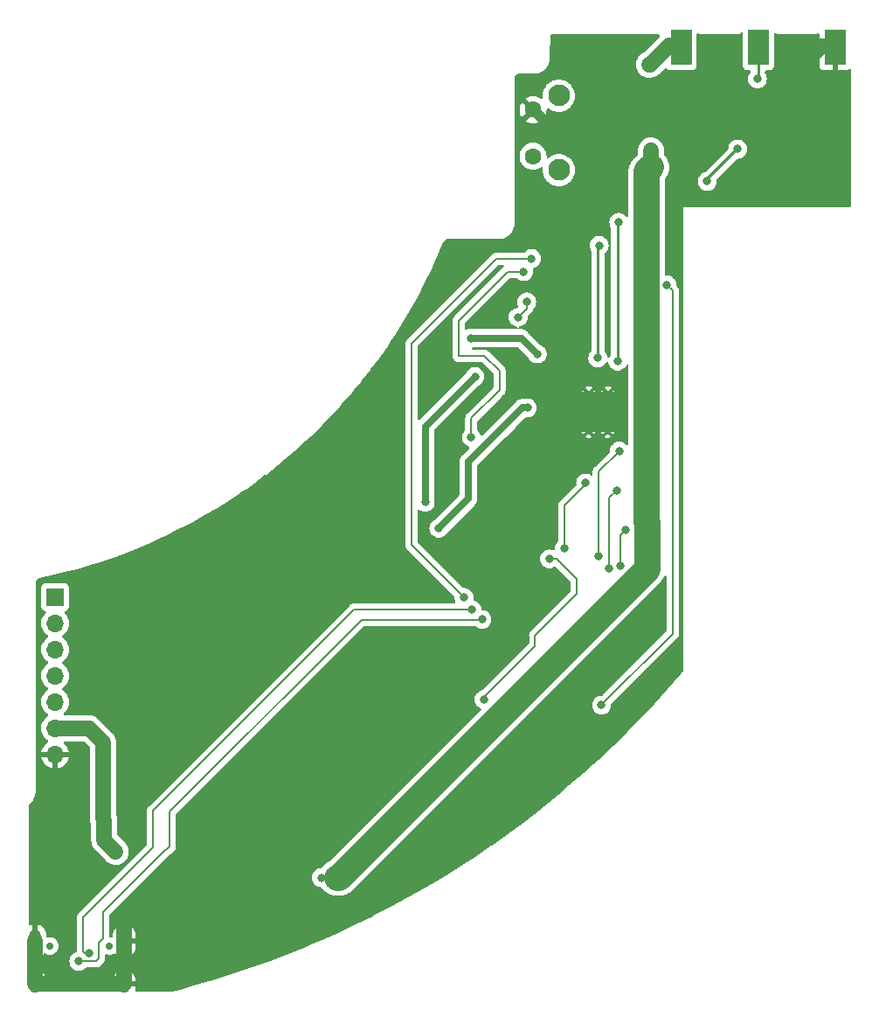
<source format=gbr>
%TF.GenerationSoftware,KiCad,Pcbnew,(6.0.4-0)*%
%TF.CreationDate,2022-05-04T17:09:46+02:00*%
%TF.ProjectId,GlowTube,476c6f77-5475-4626-952e-6b696361645f,rev?*%
%TF.SameCoordinates,Original*%
%TF.FileFunction,Copper,L2,Bot*%
%TF.FilePolarity,Positive*%
%FSLAX46Y46*%
G04 Gerber Fmt 4.6, Leading zero omitted, Abs format (unit mm)*
G04 Created by KiCad (PCBNEW (6.0.4-0)) date 2022-05-04 17:09:46*
%MOMM*%
%LPD*%
G01*
G04 APERTURE LIST*
%TA.AperFunction,ComponentPad*%
%ADD10C,0.300000*%
%TD*%
%TA.AperFunction,ComponentPad*%
%ADD11R,1.700000X1.700000*%
%TD*%
%TA.AperFunction,ComponentPad*%
%ADD12O,1.700000X1.700000*%
%TD*%
%TA.AperFunction,ComponentPad*%
%ADD13C,1.600000*%
%TD*%
%TA.AperFunction,ComponentPad*%
%ADD14C,2.100000*%
%TD*%
%TA.AperFunction,ComponentPad*%
%ADD15C,0.700000*%
%TD*%
%TA.AperFunction,ComponentPad*%
%ADD16O,1.200000X2.200000*%
%TD*%
%TA.AperFunction,ComponentPad*%
%ADD17O,1.200000X1.800000*%
%TD*%
%TA.AperFunction,SMDPad,CuDef*%
%ADD18R,2.000000X3.500000*%
%TD*%
%TA.AperFunction,ViaPad*%
%ADD19C,0.800000*%
%TD*%
%TA.AperFunction,Conductor*%
%ADD20C,2.500000*%
%TD*%
%TA.AperFunction,Conductor*%
%ADD21C,0.160000*%
%TD*%
%TA.AperFunction,Conductor*%
%ADD22C,0.250000*%
%TD*%
%TA.AperFunction,Conductor*%
%ADD23C,1.500000*%
%TD*%
%TA.AperFunction,Conductor*%
%ADD24C,0.700000*%
%TD*%
%TA.AperFunction,Conductor*%
%ADD25C,0.300000*%
%TD*%
%TA.AperFunction,Conductor*%
%ADD26C,2.000000*%
%TD*%
%TA.AperFunction,Conductor*%
%ADD27C,1.000000*%
%TD*%
G04 APERTURE END LIST*
D10*
%TO.P,U2,39_10,GND*%
%TO.N,GND*%
X144005000Y-117142500D03*
%TO.P,U2,39_11,GND*%
X144005000Y-118977500D03*
%TO.P,U2,39_12,GND*%
X143087500Y-116225000D03*
%TO.P,U2,39_13,GND*%
X143087500Y-118060000D03*
%TO.P,U2,39_14,GND*%
X143087500Y-119895000D03*
%TO.P,U2,39_15,GND*%
X142170000Y-117142500D03*
%TO.P,U2,39_16,GND*%
X142170000Y-118977500D03*
%TO.P,U2,39_17,GND*%
X141252500Y-116225000D03*
%TO.P,U2,39_18,GND*%
X141252500Y-118060000D03*
%TO.P,U2,39_19,GND*%
X141252500Y-119895000D03*
%TO.P,U2,39_20,GND*%
X140335000Y-117142500D03*
%TO.P,U2,39_21,GND*%
X140335000Y-118977500D03*
%TD*%
D11*
%TO.P,J1,1,Pin_1*%
%TO.N,IO12{slash}MISO*%
X89540000Y-135960000D03*
D12*
%TO.P,J1,2,Pin_2*%
%TO.N,IO13{slash}MOSI*%
X89540000Y-138500000D03*
%TO.P,J1,3,Pin_3*%
%TO.N,IO25{slash}A1{slash}DAC1*%
X89540000Y-141040000D03*
%TO.P,J1,4,Pin_4*%
%TO.N,IO26{slash}A0{slash}DAC2*%
X89540000Y-143580000D03*
%TO.P,J1,5,Pin_5*%
%TO.N,+3V3*%
X89540000Y-146120000D03*
%TO.P,J1,6,Pin_6*%
%TO.N,+5V*%
X89540000Y-148660000D03*
%TO.P,J1,7,Pin_7*%
%TO.N,GND*%
X89540000Y-151200000D03*
%TD*%
D13*
%TO.P,C12,1,1*%
%TO.N,GND*%
X135845044Y-88770064D03*
%TO.P,C12,2,2*%
%TO.N,IO33{slash}MAINBUTTON*%
X135845044Y-93269936D03*
D14*
%TO.P,C12,3,3*%
%TO.N,unconnected-(C12-Pad3)*%
X138344917Y-87420051D03*
%TO.P,C12,4,4*%
%TO.N,unconnected-(C12-Pad4)*%
X138344917Y-94619949D03*
%TD*%
D15*
%TO.P,USB1,*%
%TO.N,*%
X89020000Y-169740000D03*
X94800000Y-169740000D03*
D16*
%TO.P,USB1,SHELL,SHELL*%
%TO.N,GND*%
X87590000Y-169240000D03*
D17*
X87590000Y-173420000D03*
X96230000Y-173420000D03*
D16*
X96230000Y-169240000D03*
%TD*%
D18*
%TO.P,P6,1*%
%TO.N,LED2 DATA OUT*%
X157680000Y-82710000D03*
%TD*%
%TO.P,P5,1*%
%TO.N,GND*%
X165096200Y-82710000D03*
%TD*%
%TO.P,P4,1*%
%TO.N,+5V*%
X150206200Y-82710000D03*
%TD*%
D19*
%TO.N,GND*%
X134420000Y-106100000D03*
X138830000Y-108090000D03*
X138640000Y-103490000D03*
%TO.N,IO14{slash}SCK*%
X135240000Y-107380000D03*
X134400000Y-108870000D03*
%TO.N,IO15{slash}WS*%
X129860000Y-120490000D03*
X134940000Y-104450000D03*
%TO.N,GND*%
X139699512Y-105900488D03*
%TO.N,LED2 DATA OUT*%
X157590000Y-85790000D03*
%TO.N,GND*%
X150000000Y-88890000D03*
%TO.N,IO16{slash}LED1*%
X142260000Y-101910000D03*
X142120000Y-112810000D03*
%TO.N,IO17{slash}LED2*%
X144150000Y-99670000D03*
X155670000Y-92580000D03*
X152720000Y-95720000D03*
X144050000Y-113130000D03*
%TO.N,GND*%
X134340000Y-113340000D03*
%TO.N,IO13{slash}MOSI*%
X130220000Y-114620000D03*
X125400000Y-126770000D03*
%TO.N,IO25{slash}A1{slash}DAC1*%
X135300000Y-117650000D03*
X126710000Y-129300000D03*
%TO.N,IO26{slash}A0{slash}DAC2*%
X136260000Y-112420000D03*
X129830000Y-110880000D03*
%TO.N,+3V3*%
X135710000Y-103190000D03*
X129150000Y-135990000D03*
X140940000Y-124920000D03*
X138870000Y-131250000D03*
%TO.N,Net-(R4-Pad1)*%
X148810000Y-105730000D03*
X142480000Y-146420000D03*
%TO.N,RESET*%
X144210000Y-121820000D03*
X142220000Y-131990000D03*
%TO.N,TXD0*%
X144790000Y-129470000D03*
X144320000Y-132940000D03*
%TO.N,RXD0*%
X143210000Y-133180000D03*
X143930000Y-125650000D03*
%TO.N,Net-(R5-Pad1)*%
X131100000Y-145870000D03*
X137430000Y-132260000D03*
%TO.N,GND*%
X136790000Y-133640000D03*
X138610000Y-135010000D03*
X132135000Y-140785000D03*
X129295000Y-143625000D03*
%TO.N,+5V*%
X137665000Y-142515000D03*
%TO.N,USB-C DATA+*%
X92830000Y-170480000D03*
X129920000Y-137170000D03*
%TO.N,USB-C DATA-*%
X130890000Y-138120000D03*
X91830000Y-171230000D03*
%TO.N,GND*%
X115650000Y-157270000D03*
%TO.N,+5V*%
X116860000Y-163120000D03*
X94300000Y-159510000D03*
X95410000Y-160630000D03*
%TO.N,GND*%
X103270000Y-159130000D03*
X102430000Y-158290000D03*
X143030000Y-93610000D03*
X142300000Y-92840000D03*
X163335000Y-83095000D03*
X162610000Y-83820000D03*
%TO.N,+5V*%
X147280000Y-92720000D03*
X147865000Y-83725000D03*
X147070000Y-84400000D03*
X147280000Y-94330000D03*
X115330000Y-163120000D03*
%TD*%
D20*
%TO.N,GND*%
X139080000Y-98640000D02*
X139080000Y-106570000D01*
X139080000Y-106570000D02*
X139080000Y-114680000D01*
D21*
X134420000Y-106100000D02*
X138610000Y-106100000D01*
X138610000Y-106100000D02*
X139080000Y-106570000D01*
D20*
X142600000Y-92950000D02*
X142600000Y-95120000D01*
X142600000Y-95120000D02*
X139080000Y-98640000D01*
D21*
%TO.N,IO14{slash}SCK*%
X135240000Y-107380000D02*
X135240000Y-108030000D01*
X135240000Y-108030000D02*
X134400000Y-108870000D01*
%TO.N,IO15{slash}WS*%
X129860000Y-120490000D02*
X129860000Y-118650000D01*
X129860000Y-118650000D02*
X132590000Y-115920000D01*
X133370000Y-104450000D02*
X134940000Y-104450000D01*
X132590000Y-115920000D02*
X132590000Y-114070000D01*
X132590000Y-114070000D02*
X131130000Y-112610000D01*
X131130000Y-112610000D02*
X128620000Y-112610000D01*
X128620000Y-112610000D02*
X128620000Y-109200000D01*
X128620000Y-109200000D02*
X133370000Y-104450000D01*
%TO.N,+3V3*%
X135710000Y-103190000D02*
X132300000Y-103190000D01*
X132300000Y-103190000D02*
X124080000Y-111410000D01*
X124080000Y-111410000D02*
X124080000Y-130920000D01*
X124080000Y-130920000D02*
X129150000Y-135990000D01*
%TO.N,Net-(R4-Pad1)*%
X148810000Y-105730000D02*
X149370000Y-106290000D01*
X149370000Y-106290000D02*
X149370000Y-139530000D01*
X149370000Y-139530000D02*
X142480000Y-146420000D01*
D20*
%TO.N,+5V*%
X146860000Y-94750000D02*
X147280000Y-94330000D01*
X146860000Y-128694395D02*
X146860000Y-94750000D01*
X146909511Y-128743906D02*
X146860000Y-128694395D01*
X146909511Y-133270489D02*
X146909511Y-128743906D01*
X137665000Y-142515000D02*
X146909511Y-133270489D01*
D21*
%TO.N,Net-(R5-Pad1)*%
X140050000Y-135680000D02*
X140050000Y-134190000D01*
X140050000Y-134190000D02*
X138120000Y-132260000D01*
X136050000Y-139680000D02*
X140050000Y-135680000D01*
X136050000Y-140710000D02*
X136050000Y-139680000D01*
X131100000Y-145660000D02*
X136050000Y-140710000D01*
X131100000Y-145870000D02*
X131100000Y-145660000D01*
X138120000Y-132260000D02*
X137430000Y-132260000D01*
D22*
%TO.N,LED2 DATA OUT*%
X157590000Y-85790000D02*
X157680000Y-85700000D01*
X157680000Y-85700000D02*
X157680000Y-82710000D01*
D23*
%TO.N,GND*%
X145030000Y-88890000D02*
X150000000Y-88890000D01*
X150000000Y-88890000D02*
X158400000Y-88890000D01*
D22*
%TO.N,IO16{slash}LED1*%
X142120000Y-102050000D02*
X142120000Y-112810000D01*
X142260000Y-101910000D02*
X142120000Y-102050000D01*
%TO.N,IO17{slash}LED2*%
X144150000Y-99670000D02*
X144050000Y-99770000D01*
X144050000Y-99770000D02*
X144050000Y-113130000D01*
D21*
%TO.N,GND*%
X134340000Y-113340000D02*
X135680000Y-114680000D01*
X135680000Y-114680000D02*
X139080000Y-114680000D01*
D24*
%TO.N,IO26{slash}A0{slash}DAC2*%
X136260000Y-112420000D02*
X134720000Y-110880000D01*
X134720000Y-110880000D02*
X129830000Y-110880000D01*
D25*
%TO.N,IO17{slash}LED2*%
X155670000Y-92580000D02*
X152720000Y-95530000D01*
D21*
X152720000Y-95530000D02*
X152720000Y-95720000D01*
D20*
%TO.N,GND*%
X139080000Y-114680000D02*
X139080000Y-117720000D01*
D24*
%TO.N,IO13{slash}MOSI*%
X125400000Y-119440000D02*
X130220000Y-114620000D01*
X125400000Y-126770000D02*
X125400000Y-119440000D01*
%TO.N,IO25{slash}A1{slash}DAC1*%
X129560000Y-122890000D02*
X134800000Y-117650000D01*
X134800000Y-117650000D02*
X135300000Y-117650000D01*
X126710000Y-129300000D02*
X129560000Y-126450000D01*
X129560000Y-126450000D02*
X129560000Y-122890000D01*
D21*
%TO.N,+3V3*%
X140940000Y-125050000D02*
X138870000Y-127120000D01*
X140940000Y-124920000D02*
X140940000Y-125050000D01*
X138870000Y-127120000D02*
X138870000Y-131250000D01*
D20*
%TO.N,GND*%
X139080000Y-118360000D02*
X139080000Y-118950000D01*
X139080000Y-118950000D02*
X133159511Y-124870489D01*
X133159511Y-124870489D02*
X133159511Y-133070489D01*
X139080000Y-117720000D02*
X139080000Y-118360000D01*
D26*
X144005000Y-118977500D02*
X139697500Y-118977500D01*
X139697500Y-118977500D02*
X139080000Y-118360000D01*
X139657500Y-117142500D02*
X139080000Y-117720000D01*
X144005000Y-117142500D02*
X139657500Y-117142500D01*
D21*
%TO.N,RESET*%
X144210000Y-121820000D02*
X142220000Y-123810000D01*
X142220000Y-123810000D02*
X142220000Y-131990000D01*
%TO.N,TXD0*%
X144790000Y-129470000D02*
X144320000Y-129940000D01*
X144320000Y-129940000D02*
X144320000Y-132940000D01*
D27*
%TO.N,GND*%
X135845044Y-88770064D02*
X139914980Y-92840000D01*
X139914980Y-92840000D02*
X142300000Y-92840000D01*
D21*
%TO.N,RXD0*%
X143210000Y-126370000D02*
X143930000Y-125650000D01*
X143210000Y-133180000D02*
X143210000Y-126370000D01*
%TO.N,GND*%
X138610000Y-135010000D02*
X138610000Y-134890000D01*
X137360000Y-133640000D02*
X136790000Y-133640000D01*
X138610000Y-134890000D02*
X137360000Y-133640000D01*
X136790000Y-133640000D02*
X136220489Y-133070489D01*
X136220489Y-133070489D02*
X133159511Y-133070489D01*
D20*
X133159511Y-139760489D02*
X132135000Y-140785000D01*
X132135000Y-140785000D02*
X129295000Y-143625000D01*
X129295000Y-143625000D02*
X115650000Y-157270000D01*
%TO.N,+5V*%
X117060000Y-163120000D02*
X137665000Y-142515000D01*
D21*
%TO.N,USB-C DATA-*%
X130890000Y-138120000D02*
X130860000Y-138150000D01*
X119210000Y-138150000D02*
X100660000Y-156700000D01*
X100270000Y-160370000D02*
X94160000Y-166480000D01*
X100660000Y-160110000D02*
X100400000Y-160370000D01*
X93770000Y-170970000D02*
X93510000Y-171230000D01*
X100660000Y-156700000D02*
X100660000Y-160110000D01*
X94160000Y-166480000D02*
X94160000Y-169030000D01*
X94160000Y-169030000D02*
X93770000Y-169420000D01*
X130860000Y-138150000D02*
X119210000Y-138150000D01*
X93770000Y-169420000D02*
X93770000Y-170970000D01*
X100400000Y-160370000D02*
X100270000Y-160370000D01*
X93510000Y-171230000D02*
X91830000Y-171230000D01*
%TO.N,USB-C DATA+*%
X92830000Y-170480000D02*
X92440000Y-170480000D01*
X92440000Y-170480000D02*
X92230000Y-170270000D01*
X92230000Y-170270000D02*
X92230000Y-166990000D01*
X92230000Y-166990000D02*
X99020000Y-160200000D01*
X99020000Y-156660000D02*
X118510000Y-137170000D01*
X99020000Y-160200000D02*
X99020000Y-156660000D01*
X118510000Y-137170000D02*
X129920000Y-137170000D01*
D20*
%TO.N,GND*%
X133159511Y-133070489D02*
X133159511Y-139760489D01*
D23*
%TO.N,+5V*%
X95410000Y-160620000D02*
X94300000Y-159510000D01*
X95410000Y-160630000D02*
X95410000Y-160620000D01*
X94300000Y-159510000D02*
X94300000Y-157550000D01*
X94300000Y-157550000D02*
X94170000Y-157420000D01*
X94170000Y-157420000D02*
X94170000Y-150010000D01*
X94170000Y-150010000D02*
X92820000Y-148660000D01*
X92820000Y-148660000D02*
X89540000Y-148660000D01*
D20*
%TO.N,GND*%
X115650000Y-157270000D02*
X112860000Y-160060000D01*
X112860000Y-160060000D02*
X104200000Y-160060000D01*
D23*
%TO.N,+5V*%
X147280000Y-94330000D02*
X147280000Y-92720000D01*
%TO.N,GND*%
X142410000Y-92950000D02*
X142300000Y-92840000D01*
X142600000Y-92950000D02*
X142410000Y-92950000D01*
D20*
%TO.N,+5V*%
X116860000Y-163120000D02*
X117060000Y-163120000D01*
D23*
%TO.N,GND*%
X104200000Y-160060000D02*
X103270000Y-159130000D01*
X102430000Y-158290000D02*
X102430000Y-160820000D01*
X102430000Y-160820000D02*
X96230000Y-167020000D01*
X96230000Y-167020000D02*
X96230000Y-169240000D01*
X87590000Y-173420000D02*
X87590000Y-169240000D01*
X96230000Y-173420000D02*
X87590000Y-173420000D01*
X96230000Y-169240000D02*
X96230000Y-173420000D01*
X162610000Y-84680000D02*
X162610000Y-83820000D01*
X142300000Y-92840000D02*
X142300000Y-91620000D01*
X142300000Y-91620000D02*
X145030000Y-88890000D01*
X158400000Y-88890000D02*
X162610000Y-84680000D01*
X163335000Y-83095000D02*
X163800000Y-82630000D01*
X162610000Y-83820000D02*
X163335000Y-83095000D01*
X165016200Y-82630000D02*
X165096200Y-82710000D01*
X163800000Y-82630000D02*
X165016200Y-82630000D01*
%TO.N,+5V*%
X147865000Y-83725000D02*
X149040000Y-82550000D01*
X147190000Y-84400000D02*
X147865000Y-83725000D01*
X147070000Y-84400000D02*
X147190000Y-84400000D01*
X149040000Y-82550000D02*
X150046200Y-82550000D01*
X150046200Y-82550000D02*
X150206200Y-82710000D01*
%TD*%
%TA.AperFunction,Conductor*%
%TO.N,GND*%
G36*
X156089546Y-81283017D02*
G01*
X156146377Y-81325570D01*
X156171180Y-81392093D01*
X156171500Y-81401068D01*
X156171500Y-84508134D01*
X156178255Y-84570316D01*
X156229385Y-84706705D01*
X156316739Y-84823261D01*
X156433295Y-84910615D01*
X156569684Y-84961745D01*
X156631866Y-84968500D01*
X156824175Y-84968500D01*
X156892296Y-84988502D01*
X156938789Y-85042158D01*
X156948893Y-85112432D01*
X156917811Y-85178810D01*
X156858446Y-85244742D01*
X156850960Y-85253056D01*
X156826774Y-85294948D01*
X156762378Y-85406485D01*
X156755473Y-85418444D01*
X156696458Y-85600072D01*
X156695768Y-85606633D01*
X156695768Y-85606635D01*
X156679263Y-85763677D01*
X156676496Y-85790000D01*
X156677186Y-85796565D01*
X156691751Y-85935140D01*
X156696458Y-85979928D01*
X156755473Y-86161556D01*
X156850960Y-86326944D01*
X156978747Y-86468866D01*
X157133248Y-86581118D01*
X157139276Y-86583802D01*
X157139278Y-86583803D01*
X157301681Y-86656109D01*
X157307712Y-86658794D01*
X157401113Y-86678647D01*
X157488056Y-86697128D01*
X157488061Y-86697128D01*
X157494513Y-86698500D01*
X157685487Y-86698500D01*
X157691939Y-86697128D01*
X157691944Y-86697128D01*
X157778888Y-86678647D01*
X157872288Y-86658794D01*
X157878319Y-86656109D01*
X158040722Y-86583803D01*
X158040724Y-86583802D01*
X158046752Y-86581118D01*
X158201253Y-86468866D01*
X158329040Y-86326944D01*
X158424527Y-86161556D01*
X158483542Y-85979928D01*
X158488250Y-85935140D01*
X158502814Y-85796565D01*
X158503504Y-85790000D01*
X158500737Y-85763677D01*
X158484232Y-85606635D01*
X158484232Y-85606633D01*
X158483542Y-85600072D01*
X158424527Y-85418444D01*
X158417623Y-85406485D01*
X158353226Y-85294948D01*
X158330381Y-85255378D01*
X158313500Y-85192379D01*
X158313500Y-85094500D01*
X158333502Y-85026379D01*
X158387158Y-84979886D01*
X158439500Y-84968500D01*
X158728134Y-84968500D01*
X158790316Y-84961745D01*
X158926705Y-84910615D01*
X159043261Y-84823261D01*
X159130615Y-84706705D01*
X159181745Y-84570316D01*
X159188500Y-84508134D01*
X159188500Y-84504669D01*
X163588201Y-84504669D01*
X163588571Y-84511490D01*
X163594095Y-84562352D01*
X163597721Y-84577604D01*
X163642876Y-84698054D01*
X163651414Y-84713649D01*
X163727915Y-84815724D01*
X163740476Y-84828285D01*
X163842551Y-84904786D01*
X163858146Y-84913324D01*
X163978594Y-84958478D01*
X163993849Y-84962105D01*
X164044714Y-84967631D01*
X164051528Y-84968000D01*
X164824085Y-84968000D01*
X164839324Y-84963525D01*
X164840529Y-84962135D01*
X164842200Y-84954452D01*
X164842200Y-82982115D01*
X164837725Y-82966876D01*
X164836335Y-82965671D01*
X164828652Y-82964000D01*
X163606316Y-82964000D01*
X163591077Y-82968475D01*
X163589872Y-82969865D01*
X163588201Y-82977548D01*
X163588201Y-84504669D01*
X159188500Y-84504669D01*
X159188500Y-81452067D01*
X159208502Y-81383946D01*
X159262158Y-81337453D01*
X159332432Y-81327349D01*
X159389826Y-81352166D01*
X159389900Y-81352048D01*
X159395883Y-81355809D01*
X159395886Y-81355812D01*
X159509473Y-81427225D01*
X159509475Y-81427226D01*
X159515462Y-81430990D01*
X159655436Y-81480031D01*
X159745112Y-81490183D01*
X159751888Y-81491137D01*
X159790259Y-81497616D01*
X159802811Y-81497776D01*
X159807620Y-81497090D01*
X159807622Y-81497090D01*
X159830627Y-81493809D01*
X159848417Y-81492547D01*
X162949892Y-81492547D01*
X162970787Y-81494292D01*
X162990601Y-81497624D01*
X162995468Y-81497683D01*
X162995469Y-81497683D01*
X162996505Y-81497695D01*
X163003153Y-81497776D01*
X163037198Y-81492898D01*
X163040905Y-81492423D01*
X163089277Y-81486971D01*
X163143543Y-81480854D01*
X163143546Y-81480853D01*
X163150575Y-81480061D01*
X163157251Y-81477725D01*
X163157255Y-81477724D01*
X163283929Y-81433399D01*
X163283934Y-81433397D01*
X163290606Y-81431062D01*
X163395171Y-81365369D01*
X163463493Y-81346068D01*
X163531405Y-81366768D01*
X163577345Y-81420898D01*
X163588200Y-81472061D01*
X163588200Y-82437885D01*
X163592675Y-82453124D01*
X163594065Y-82454329D01*
X163601748Y-82456000D01*
X165224200Y-82456000D01*
X165292321Y-82476002D01*
X165338814Y-82529658D01*
X165350200Y-82582000D01*
X165350200Y-84949884D01*
X165354675Y-84965123D01*
X165356065Y-84966328D01*
X165363748Y-84967999D01*
X166140869Y-84967999D01*
X166147690Y-84967629D01*
X166198552Y-84962105D01*
X166213804Y-84958479D01*
X166334254Y-84913324D01*
X166349849Y-84904786D01*
X166443047Y-84834938D01*
X166509554Y-84810090D01*
X166578936Y-84825143D01*
X166629166Y-84875317D01*
X166644612Y-84935764D01*
X166644612Y-98058600D01*
X166624610Y-98126721D01*
X166570954Y-98173214D01*
X166518612Y-98184600D01*
X150440000Y-98184600D01*
X150440000Y-143033128D01*
X150419998Y-143101249D01*
X150410656Y-143113958D01*
X150114559Y-143468028D01*
X150112937Y-143469930D01*
X148864638Y-144903848D01*
X148862978Y-144905717D01*
X147586481Y-146314586D01*
X147584784Y-146316421D01*
X146280665Y-147699612D01*
X146278933Y-147701414D01*
X144947558Y-149058540D01*
X144945792Y-149060305D01*
X143605954Y-150372926D01*
X143587756Y-150390754D01*
X143585963Y-150392475D01*
X142290432Y-151612275D01*
X142201846Y-151695683D01*
X142200015Y-151697374D01*
X141278244Y-152531392D01*
X140790266Y-152972914D01*
X140788405Y-152974564D01*
X139353635Y-154221884D01*
X139351829Y-154223423D01*
X138331426Y-155075568D01*
X137892570Y-155442059D01*
X137890636Y-155443642D01*
X136407538Y-156633053D01*
X136405573Y-156634597D01*
X134899174Y-157794352D01*
X134897178Y-157795857D01*
X133368085Y-158925489D01*
X133366060Y-158926954D01*
X132462723Y-159566999D01*
X131850582Y-160000722D01*
X131814860Y-160026032D01*
X131812814Y-160027451D01*
X130247042Y-161090838D01*
X130240099Y-161095553D01*
X130238034Y-161096926D01*
X129371036Y-161660941D01*
X128644442Y-162133618D01*
X128642334Y-162134960D01*
X127028484Y-163139841D01*
X127026349Y-163141141D01*
X125392928Y-164113782D01*
X125390768Y-164115040D01*
X123738299Y-165055130D01*
X123736114Y-165056344D01*
X122065382Y-165963436D01*
X122063212Y-165964587D01*
X120374724Y-166838406D01*
X120372562Y-166839498D01*
X120317193Y-166866773D01*
X118667111Y-167679629D01*
X118664858Y-167680711D01*
X116943110Y-168486832D01*
X116940836Y-168487869D01*
X115203401Y-169259692D01*
X115201216Y-169260637D01*
X114367881Y-169611206D01*
X113448813Y-169997841D01*
X113446499Y-169998788D01*
X111679823Y-170701084D01*
X111677491Y-170701984D01*
X109897289Y-171369072D01*
X109894940Y-171369926D01*
X108101812Y-172001586D01*
X108099446Y-172002393D01*
X106816762Y-172425831D01*
X106294155Y-172598353D01*
X106291806Y-172599103D01*
X104475020Y-173159142D01*
X104472680Y-173159839D01*
X102645125Y-173683733D01*
X102642744Y-173684390D01*
X101599360Y-173961214D01*
X100849981Y-174160034D01*
X100829614Y-174163679D01*
X100817756Y-174164808D01*
X100817747Y-174164810D01*
X100808780Y-174165664D01*
X100808775Y-174165666D01*
X100808774Y-174165666D01*
X100789399Y-174173392D01*
X100758403Y-174181374D01*
X100751310Y-174182263D01*
X100734322Y-174184392D01*
X100699266Y-174183869D01*
X100697828Y-174183645D01*
X100697826Y-174183645D01*
X100688952Y-174182263D01*
X100680047Y-174183427D01*
X100657372Y-174186391D01*
X100641041Y-174187454D01*
X97420518Y-174187454D01*
X97352397Y-174167452D01*
X97305904Y-174113796D01*
X97295800Y-174043522D01*
X97297412Y-174036160D01*
X97297205Y-174036120D01*
X97336857Y-173833072D01*
X97337934Y-173824209D01*
X97338000Y-173821500D01*
X97338000Y-173692115D01*
X97333525Y-173676876D01*
X97332135Y-173675671D01*
X97324452Y-173674000D01*
X95140115Y-173674000D01*
X95124876Y-173678475D01*
X95123671Y-173679865D01*
X95122000Y-173687548D01*
X95122000Y-173769832D01*
X95122285Y-173775808D01*
X95136471Y-173924494D01*
X95138731Y-173936235D01*
X95165061Y-174025984D01*
X95165045Y-174096981D01*
X95126647Y-174156698D01*
X95062059Y-174186176D01*
X95044157Y-174187454D01*
X88780518Y-174187454D01*
X88712397Y-174167452D01*
X88665904Y-174113796D01*
X88655800Y-174043522D01*
X88657412Y-174036160D01*
X88657205Y-174036120D01*
X88696857Y-173833072D01*
X88697934Y-173824209D01*
X88698000Y-173821500D01*
X88698000Y-173692115D01*
X88693525Y-173676876D01*
X88692135Y-173675671D01*
X88684452Y-173674000D01*
X87462000Y-173674000D01*
X87393879Y-173653998D01*
X87347386Y-173600342D01*
X87336000Y-173548000D01*
X87336000Y-173147885D01*
X87844000Y-173147885D01*
X87848475Y-173163124D01*
X87849865Y-173164329D01*
X87857548Y-173166000D01*
X88679885Y-173166000D01*
X88695124Y-173161525D01*
X88696329Y-173160135D01*
X88698000Y-173152452D01*
X88698000Y-173147885D01*
X95122000Y-173147885D01*
X95126475Y-173163124D01*
X95127865Y-173164329D01*
X95135548Y-173166000D01*
X95957885Y-173166000D01*
X95973124Y-173161525D01*
X95974329Y-173160135D01*
X95976000Y-173152452D01*
X95976000Y-173147885D01*
X96484000Y-173147885D01*
X96488475Y-173163124D01*
X96489865Y-173164329D01*
X96497548Y-173166000D01*
X97319885Y-173166000D01*
X97335124Y-173161525D01*
X97336329Y-173160135D01*
X97338000Y-173152452D01*
X97338000Y-173070168D01*
X97337715Y-173064192D01*
X97323529Y-172915506D01*
X97321270Y-172903772D01*
X97265128Y-172712401D01*
X97260698Y-172701325D01*
X97169381Y-172524022D01*
X97162931Y-172513976D01*
X97039738Y-172357143D01*
X97031501Y-172348494D01*
X96880877Y-172217788D01*
X96871153Y-172210853D01*
X96698533Y-172110990D01*
X96687669Y-172106016D01*
X96499273Y-172040593D01*
X96498284Y-172040352D01*
X96487992Y-172041820D01*
X96484000Y-172055385D01*
X96484000Y-173147885D01*
X95976000Y-173147885D01*
X95976000Y-172059598D01*
X95972027Y-172046067D01*
X95962601Y-172044712D01*
X95873463Y-172066194D01*
X95862168Y-172070083D01*
X95680618Y-172152629D01*
X95670276Y-172158576D01*
X95507603Y-172273968D01*
X95498575Y-172281761D01*
X95360658Y-172425831D01*
X95353262Y-172435196D01*
X95245079Y-172602741D01*
X95239583Y-172613345D01*
X95165039Y-172798312D01*
X95161645Y-172809770D01*
X95123143Y-173006928D01*
X95122066Y-173015791D01*
X95122000Y-173018500D01*
X95122000Y-173147885D01*
X88698000Y-173147885D01*
X88698000Y-173070168D01*
X88697715Y-173064192D01*
X88683529Y-172915506D01*
X88681270Y-172903772D01*
X88625128Y-172712401D01*
X88620698Y-172701325D01*
X88529381Y-172524022D01*
X88522931Y-172513976D01*
X88399738Y-172357143D01*
X88391501Y-172348494D01*
X88240877Y-172217788D01*
X88231153Y-172210853D01*
X88058533Y-172110990D01*
X88047669Y-172106016D01*
X87859273Y-172040593D01*
X87858284Y-172040352D01*
X87847992Y-172041820D01*
X87844000Y-172055385D01*
X87844000Y-173147885D01*
X87336000Y-173147885D01*
X87336000Y-172059598D01*
X87332027Y-172046067D01*
X87322601Y-172044712D01*
X87233463Y-172066194D01*
X87222168Y-172070083D01*
X87153539Y-172101287D01*
X87083248Y-172111273D01*
X87018717Y-172081673D01*
X86980433Y-172021883D01*
X86975388Y-171986586D01*
X86975388Y-171230000D01*
X90916496Y-171230000D01*
X90917186Y-171236565D01*
X90932595Y-171383170D01*
X90936458Y-171419928D01*
X90995473Y-171601556D01*
X91090960Y-171766944D01*
X91095378Y-171771851D01*
X91095379Y-171771852D01*
X91123743Y-171803353D01*
X91218747Y-171908866D01*
X91317843Y-171980864D01*
X91346365Y-172001586D01*
X91373248Y-172021118D01*
X91379276Y-172023802D01*
X91379278Y-172023803D01*
X91509257Y-172081673D01*
X91547712Y-172098794D01*
X91641113Y-172118647D01*
X91728056Y-172137128D01*
X91728061Y-172137128D01*
X91734513Y-172138500D01*
X91925487Y-172138500D01*
X91931939Y-172137128D01*
X91931944Y-172137128D01*
X92018887Y-172118647D01*
X92112288Y-172098794D01*
X92150743Y-172081673D01*
X92280722Y-172023803D01*
X92280724Y-172023802D01*
X92286752Y-172021118D01*
X92313636Y-172001586D01*
X92419671Y-171924546D01*
X92441253Y-171908866D01*
X92445664Y-171903967D01*
X92445673Y-171903959D01*
X92485082Y-171860190D01*
X92545528Y-171822950D01*
X92578718Y-171818500D01*
X93463170Y-171818500D01*
X93479615Y-171819578D01*
X93510000Y-171823578D01*
X93518189Y-171822500D01*
X93655442Y-171804431D01*
X93655443Y-171804431D01*
X93663630Y-171803353D01*
X93751527Y-171766944D01*
X93806789Y-171744054D01*
X93929723Y-171649723D01*
X93948382Y-171625406D01*
X93959243Y-171613022D01*
X94153014Y-171419250D01*
X94165406Y-171408382D01*
X94183172Y-171394750D01*
X94183173Y-171394749D01*
X94189723Y-171389723D01*
X94194749Y-171383173D01*
X94194752Y-171383170D01*
X94236888Y-171328256D01*
X94284054Y-171266789D01*
X94343353Y-171123629D01*
X94363578Y-170970000D01*
X94359578Y-170939615D01*
X94358500Y-170923170D01*
X94358500Y-170676900D01*
X94378502Y-170608779D01*
X94432158Y-170562286D01*
X94502432Y-170552182D01*
X94523435Y-170557066D01*
X94527217Y-170558295D01*
X94533248Y-170560980D01*
X94539706Y-170562353D01*
X94539707Y-170562353D01*
X94703311Y-170597128D01*
X94703315Y-170597128D01*
X94709768Y-170598500D01*
X94890232Y-170598500D01*
X94896685Y-170597128D01*
X94896689Y-170597128D01*
X94985554Y-170578239D01*
X95066752Y-170560980D01*
X95075543Y-170557066D01*
X95225585Y-170490263D01*
X95225587Y-170490262D01*
X95231615Y-170487578D01*
X95245899Y-170477200D01*
X95312768Y-170453343D01*
X95381919Y-170469425D01*
X95415969Y-170498666D01*
X95416128Y-170498515D01*
X95417629Y-170500092D01*
X95419047Y-170501309D01*
X95420263Y-170502857D01*
X95428499Y-170511506D01*
X95579123Y-170642212D01*
X95588847Y-170649147D01*
X95761467Y-170749010D01*
X95772331Y-170753984D01*
X95960727Y-170819407D01*
X95961716Y-170819648D01*
X95972008Y-170818180D01*
X95976000Y-170804615D01*
X95976000Y-170800402D01*
X96484000Y-170800402D01*
X96487973Y-170813933D01*
X96497399Y-170815288D01*
X96586537Y-170793806D01*
X96597832Y-170789917D01*
X96779382Y-170707371D01*
X96789724Y-170701424D01*
X96952397Y-170586032D01*
X96961425Y-170578239D01*
X97099342Y-170434169D01*
X97106738Y-170424804D01*
X97214921Y-170257259D01*
X97220417Y-170246655D01*
X97294961Y-170061688D01*
X97298355Y-170050230D01*
X97336857Y-169853072D01*
X97337934Y-169844209D01*
X97338000Y-169841500D01*
X97338000Y-169512115D01*
X97333525Y-169496876D01*
X97332135Y-169495671D01*
X97324452Y-169494000D01*
X96502115Y-169494000D01*
X96486876Y-169498475D01*
X96485671Y-169499865D01*
X96484000Y-169507548D01*
X96484000Y-170800402D01*
X95976000Y-170800402D01*
X95976000Y-168967885D01*
X96484000Y-168967885D01*
X96488475Y-168983124D01*
X96489865Y-168984329D01*
X96497548Y-168986000D01*
X97319885Y-168986000D01*
X97335124Y-168981525D01*
X97336329Y-168980135D01*
X97338000Y-168972452D01*
X97338000Y-168690168D01*
X97337715Y-168684192D01*
X97323529Y-168535506D01*
X97321270Y-168523772D01*
X97265128Y-168332401D01*
X97260698Y-168321325D01*
X97169381Y-168144022D01*
X97162931Y-168133976D01*
X97039738Y-167977143D01*
X97031501Y-167968494D01*
X96880877Y-167837788D01*
X96871153Y-167830853D01*
X96698533Y-167730990D01*
X96687669Y-167726016D01*
X96499273Y-167660593D01*
X96498284Y-167660352D01*
X96487992Y-167661820D01*
X96484000Y-167675385D01*
X96484000Y-168967885D01*
X95976000Y-168967885D01*
X95976000Y-167679598D01*
X95972027Y-167666067D01*
X95962601Y-167664712D01*
X95873463Y-167686194D01*
X95862168Y-167690083D01*
X95680618Y-167772629D01*
X95670276Y-167778576D01*
X95507603Y-167893968D01*
X95498575Y-167901761D01*
X95360658Y-168045831D01*
X95353262Y-168055196D01*
X95245079Y-168222741D01*
X95239583Y-168233345D01*
X95165039Y-168418312D01*
X95161645Y-168429770D01*
X95123143Y-168626928D01*
X95122066Y-168635791D01*
X95122000Y-168638500D01*
X95122000Y-168775166D01*
X95101998Y-168843287D01*
X95048342Y-168889780D01*
X94978068Y-168899884D01*
X94969804Y-168898413D01*
X94915469Y-168886864D01*
X94890232Y-168881500D01*
X94874500Y-168881500D01*
X94806379Y-168861498D01*
X94759886Y-168807842D01*
X94748500Y-168755500D01*
X94748500Y-166775955D01*
X94768502Y-166707834D01*
X94785405Y-166686860D01*
X98352264Y-163120000D01*
X114416496Y-163120000D01*
X114436458Y-163309928D01*
X114495473Y-163491556D01*
X114590960Y-163656944D01*
X114718747Y-163798866D01*
X114873248Y-163911118D01*
X114879276Y-163913802D01*
X114879278Y-163913803D01*
X115041681Y-163986109D01*
X115047712Y-163988794D01*
X115141113Y-164008647D01*
X115228056Y-164027128D01*
X115228061Y-164027128D01*
X115234513Y-164028500D01*
X115284734Y-164028500D01*
X115352855Y-164048502D01*
X115390106Y-164085415D01*
X115458410Y-164189596D01*
X115458414Y-164189601D01*
X115460976Y-164193509D01*
X115635018Y-164388506D01*
X115835970Y-164555637D01*
X115839973Y-164558066D01*
X116055422Y-164688804D01*
X116055426Y-164688806D01*
X116059419Y-164691229D01*
X116300455Y-164792303D01*
X116553783Y-164856641D01*
X116558434Y-164857109D01*
X116558438Y-164857110D01*
X116751308Y-164876531D01*
X116770867Y-164878500D01*
X117005103Y-164878500D01*
X117012246Y-164878703D01*
X117086100Y-164882897D01*
X117086107Y-164882897D01*
X117090776Y-164883162D01*
X117204503Y-164872712D01*
X117206668Y-164872531D01*
X117320652Y-164864061D01*
X117327624Y-164862483D01*
X117343911Y-164859903D01*
X117351050Y-164859247D01*
X117375847Y-164853179D01*
X117462051Y-164832086D01*
X117464190Y-164831582D01*
X117497102Y-164824134D01*
X117575577Y-164806377D01*
X117579926Y-164804686D01*
X117579935Y-164804683D01*
X117582251Y-164803782D01*
X117597964Y-164798828D01*
X117600375Y-164798238D01*
X117600380Y-164798236D01*
X117604930Y-164797123D01*
X117609269Y-164795348D01*
X117710683Y-164753859D01*
X117712725Y-164753044D01*
X117814819Y-164713342D01*
X117814822Y-164713341D01*
X117819177Y-164711647D01*
X117825401Y-164708090D01*
X117840206Y-164700869D01*
X117846839Y-164698155D01*
X117945075Y-164639712D01*
X117946899Y-164638648D01*
X118042036Y-164584273D01*
X118042040Y-164584271D01*
X118046098Y-164581951D01*
X118051722Y-164577518D01*
X118065291Y-164568191D01*
X118071463Y-164564519D01*
X118075071Y-164561572D01*
X118075077Y-164561567D01*
X118159965Y-164492210D01*
X118161680Y-164490834D01*
X118247689Y-164423030D01*
X118247692Y-164423027D01*
X118251357Y-164420138D01*
X118323029Y-164343948D01*
X118325709Y-164341186D01*
X138845411Y-143821483D01*
X138845418Y-143821477D01*
X148114133Y-134552762D01*
X148119327Y-134547854D01*
X148174527Y-134498586D01*
X148178017Y-134495471D01*
X148181006Y-134491877D01*
X148181011Y-134491872D01*
X148251086Y-134407616D01*
X148252507Y-134405937D01*
X148324010Y-134322954D01*
X148324014Y-134322949D01*
X148327057Y-134319417D01*
X148330876Y-134313365D01*
X148340562Y-134300032D01*
X148345148Y-134294519D01*
X148347572Y-134290524D01*
X148347578Y-134290516D01*
X148404448Y-134196799D01*
X148405604Y-134194930D01*
X148447773Y-134128095D01*
X148466528Y-134098370D01*
X148469412Y-134091816D01*
X148477021Y-134077199D01*
X148480740Y-134071070D01*
X148524908Y-133965741D01*
X148525776Y-133963720D01*
X148540171Y-133931005D01*
X148585914Y-133876709D01*
X148653751Y-133855763D01*
X148722143Y-133874818D01*
X148769376Y-133927823D01*
X148781500Y-133981751D01*
X148781500Y-139234045D01*
X148761498Y-139302166D01*
X148744595Y-139323140D01*
X142593140Y-145474595D01*
X142530828Y-145508621D01*
X142504045Y-145511500D01*
X142384513Y-145511500D01*
X142378061Y-145512872D01*
X142378056Y-145512872D01*
X142291113Y-145531353D01*
X142197712Y-145551206D01*
X142191682Y-145553891D01*
X142191681Y-145553891D01*
X142029278Y-145626197D01*
X142029276Y-145626198D01*
X142023248Y-145628882D01*
X141868747Y-145741134D01*
X141864326Y-145746044D01*
X141864325Y-145746045D01*
X141746805Y-145876565D01*
X141740960Y-145883056D01*
X141645473Y-146048444D01*
X141586458Y-146230072D01*
X141566496Y-146420000D01*
X141586458Y-146609928D01*
X141645473Y-146791556D01*
X141740960Y-146956944D01*
X141868747Y-147098866D01*
X142023248Y-147211118D01*
X142029276Y-147213802D01*
X142029278Y-147213803D01*
X142176783Y-147279476D01*
X142197712Y-147288794D01*
X142291112Y-147308647D01*
X142378056Y-147327128D01*
X142378061Y-147327128D01*
X142384513Y-147328500D01*
X142575487Y-147328500D01*
X142581939Y-147327128D01*
X142581944Y-147327128D01*
X142668888Y-147308647D01*
X142762288Y-147288794D01*
X142783217Y-147279476D01*
X142930722Y-147213803D01*
X142930724Y-147213802D01*
X142936752Y-147211118D01*
X143091253Y-147098866D01*
X143219040Y-146956944D01*
X143314527Y-146791556D01*
X143373542Y-146609928D01*
X143393504Y-146420000D01*
X143392060Y-146406261D01*
X143404829Y-146336422D01*
X143428274Y-146303991D01*
X149753018Y-139979247D01*
X149765409Y-139968380D01*
X149783173Y-139954749D01*
X149789723Y-139949723D01*
X149884054Y-139826789D01*
X149943352Y-139683629D01*
X149950053Y-139632735D01*
X149963578Y-139530000D01*
X149959578Y-139499617D01*
X149958500Y-139483171D01*
X149958500Y-106336830D01*
X149959578Y-106320384D01*
X149962500Y-106298188D01*
X149963578Y-106290000D01*
X149943353Y-106136371D01*
X149897962Y-106026789D01*
X149884054Y-105993211D01*
X149836889Y-105931744D01*
X149794752Y-105876830D01*
X149794749Y-105876827D01*
X149789723Y-105870277D01*
X149783172Y-105865250D01*
X149783170Y-105865248D01*
X149770782Y-105855742D01*
X149728917Y-105798403D01*
X149722179Y-105742617D01*
X149722814Y-105736573D01*
X149722814Y-105736565D01*
X149723504Y-105730000D01*
X149703542Y-105540072D01*
X149644527Y-105358444D01*
X149549040Y-105193056D01*
X149494740Y-105132749D01*
X149425675Y-105056045D01*
X149425674Y-105056044D01*
X149421253Y-105051134D01*
X149266752Y-104938882D01*
X149260724Y-104936198D01*
X149260722Y-104936197D01*
X149098319Y-104863891D01*
X149098318Y-104863891D01*
X149092288Y-104861206D01*
X148998888Y-104841353D01*
X148911944Y-104822872D01*
X148911939Y-104822872D01*
X148905487Y-104821500D01*
X148744500Y-104821500D01*
X148676379Y-104801498D01*
X148629886Y-104747842D01*
X148618500Y-104695500D01*
X148618500Y-95720000D01*
X151806496Y-95720000D01*
X151807186Y-95726565D01*
X151823807Y-95884701D01*
X151826458Y-95909928D01*
X151885473Y-96091556D01*
X151888776Y-96097278D01*
X151888777Y-96097279D01*
X151894914Y-96107909D01*
X151980960Y-96256944D01*
X152108747Y-96398866D01*
X152263248Y-96511118D01*
X152269276Y-96513802D01*
X152269278Y-96513803D01*
X152431681Y-96586109D01*
X152437712Y-96588794D01*
X152531113Y-96608647D01*
X152618056Y-96627128D01*
X152618061Y-96627128D01*
X152624513Y-96628500D01*
X152815487Y-96628500D01*
X152821939Y-96627128D01*
X152821944Y-96627128D01*
X152908887Y-96608647D01*
X153002288Y-96588794D01*
X153008319Y-96586109D01*
X153170722Y-96513803D01*
X153170724Y-96513802D01*
X153176752Y-96511118D01*
X153331253Y-96398866D01*
X153459040Y-96256944D01*
X153545086Y-96107909D01*
X153551223Y-96097279D01*
X153551224Y-96097278D01*
X153554527Y-96091556D01*
X153613542Y-95909928D01*
X153616194Y-95884701D01*
X153632814Y-95726565D01*
X153633504Y-95720000D01*
X153623404Y-95623907D01*
X153636176Y-95554068D01*
X153659619Y-95521641D01*
X155655855Y-93525405D01*
X155718167Y-93491379D01*
X155744950Y-93488500D01*
X155765487Y-93488500D01*
X155771939Y-93487128D01*
X155771944Y-93487128D01*
X155863216Y-93467727D01*
X155952288Y-93448794D01*
X155958319Y-93446109D01*
X156120722Y-93373803D01*
X156120724Y-93373802D01*
X156126752Y-93371118D01*
X156144238Y-93358414D01*
X156258467Y-93275421D01*
X156281253Y-93258866D01*
X156307597Y-93229608D01*
X156404621Y-93121852D01*
X156404622Y-93121851D01*
X156409040Y-93116944D01*
X156504527Y-92951556D01*
X156563542Y-92769928D01*
X156583504Y-92580000D01*
X156576755Y-92515786D01*
X156564232Y-92396635D01*
X156564232Y-92396633D01*
X156563542Y-92390072D01*
X156504527Y-92208444D01*
X156409040Y-92043056D01*
X156402374Y-92035652D01*
X156285675Y-91906045D01*
X156285674Y-91906044D01*
X156281253Y-91901134D01*
X156126752Y-91788882D01*
X156120724Y-91786198D01*
X156120722Y-91786197D01*
X155958319Y-91713891D01*
X155958318Y-91713891D01*
X155952288Y-91711206D01*
X155858888Y-91691353D01*
X155771944Y-91672872D01*
X155771939Y-91672872D01*
X155765487Y-91671500D01*
X155574513Y-91671500D01*
X155568061Y-91672872D01*
X155568056Y-91672872D01*
X155481112Y-91691353D01*
X155387712Y-91711206D01*
X155381682Y-91713891D01*
X155381681Y-91713891D01*
X155219278Y-91786197D01*
X155219276Y-91786198D01*
X155213248Y-91788882D01*
X155058747Y-91901134D01*
X155054326Y-91906044D01*
X155054325Y-91906045D01*
X154937627Y-92035652D01*
X154930960Y-92043056D01*
X154835473Y-92208444D01*
X154776458Y-92390072D01*
X154765300Y-92496238D01*
X154763245Y-92515786D01*
X154736232Y-92581442D01*
X154727030Y-92591710D01*
X152501976Y-94816764D01*
X152449607Y-94845190D01*
X152450452Y-94847792D01*
X152444168Y-94849834D01*
X152437712Y-94851206D01*
X152431682Y-94853891D01*
X152431681Y-94853891D01*
X152269278Y-94926197D01*
X152269276Y-94926198D01*
X152263248Y-94928882D01*
X152108747Y-95041134D01*
X152104326Y-95046044D01*
X152104325Y-95046045D01*
X152003629Y-95157880D01*
X151980960Y-95183056D01*
X151885473Y-95348444D01*
X151826458Y-95530072D01*
X151825768Y-95536633D01*
X151825768Y-95536635D01*
X151816596Y-95623907D01*
X151806496Y-95720000D01*
X148618500Y-95720000D01*
X148618500Y-95517461D01*
X148638502Y-95449340D01*
X148649040Y-95435222D01*
X148697546Y-95378928D01*
X148712815Y-95354729D01*
X148821132Y-95183056D01*
X148837017Y-95157880D01*
X148863265Y-95098229D01*
X148936072Y-94932763D01*
X148942284Y-94918645D01*
X148980736Y-94777606D01*
X149009803Y-94670987D01*
X149011032Y-94666479D01*
X149023392Y-94562055D01*
X149039159Y-94428834D01*
X149041753Y-94406920D01*
X149033771Y-94145671D01*
X149017515Y-94055776D01*
X148988094Y-93893070D01*
X148988092Y-93893063D01*
X148987262Y-93888472D01*
X148903247Y-93640972D01*
X148783572Y-93408610D01*
X148753788Y-93367237D01*
X148633598Y-93200281D01*
X148633595Y-93200277D01*
X148630867Y-93196488D01*
X148574246Y-93138365D01*
X148541039Y-93075612D01*
X148538500Y-93050443D01*
X148538500Y-92663001D01*
X148535551Y-92629952D01*
X148530625Y-92574767D01*
X148523617Y-92496238D01*
X148505537Y-92430147D01*
X148465817Y-92284960D01*
X148464337Y-92279549D01*
X148458655Y-92267635D01*
X148395662Y-92135570D01*
X148367622Y-92076782D01*
X148236529Y-91894346D01*
X148075201Y-91738008D01*
X147888738Y-91612710D01*
X147683033Y-91522412D01*
X147677582Y-91521103D01*
X147677578Y-91521102D01*
X147470046Y-91471278D01*
X147470045Y-91471278D01*
X147464589Y-91469968D01*
X147380525Y-91465121D01*
X147245917Y-91457360D01*
X147245914Y-91457360D01*
X147240310Y-91457037D01*
X147017285Y-91484025D01*
X146802565Y-91550082D01*
X146797585Y-91552652D01*
X146797581Y-91552654D01*
X146607919Y-91650546D01*
X146602936Y-91653118D01*
X146424708Y-91789877D01*
X146273515Y-91956036D01*
X146270537Y-91960783D01*
X146270535Y-91960786D01*
X146218928Y-92043056D01*
X146154136Y-92146344D01*
X146070344Y-92354783D01*
X146024787Y-92574767D01*
X146021500Y-92631775D01*
X146021500Y-93049415D01*
X146001498Y-93117536D01*
X145984595Y-93138510D01*
X145655378Y-93467727D01*
X145650184Y-93472635D01*
X145606855Y-93511308D01*
X145591494Y-93525018D01*
X145588501Y-93528617D01*
X145518455Y-93612838D01*
X145517057Y-93614490D01*
X145442454Y-93701071D01*
X145439959Y-93705026D01*
X145438635Y-93707124D01*
X145428949Y-93720455D01*
X145427352Y-93722375D01*
X145427346Y-93722383D01*
X145424363Y-93725970D01*
X145421942Y-93729960D01*
X145365071Y-93823679D01*
X145363914Y-93825548D01*
X145302983Y-93922119D01*
X145301101Y-93926396D01*
X145301100Y-93926398D01*
X145300099Y-93928673D01*
X145292490Y-93943290D01*
X145288771Y-93949419D01*
X145286962Y-93953733D01*
X145244603Y-94054748D01*
X145243735Y-94056769D01*
X145197716Y-94161355D01*
X145196487Y-94165862D01*
X145196484Y-94165871D01*
X145195830Y-94168271D01*
X145190467Y-94183848D01*
X145187697Y-94190455D01*
X145186547Y-94194983D01*
X145186546Y-94194986D01*
X145159578Y-94301173D01*
X145159020Y-94303291D01*
X145128968Y-94413521D01*
X145128419Y-94418161D01*
X145128418Y-94418166D01*
X145128127Y-94420627D01*
X145125122Y-94436843D01*
X145123359Y-94443783D01*
X145122891Y-94448434D01*
X145111915Y-94557428D01*
X145111676Y-94559613D01*
X145108857Y-94583434D01*
X145098247Y-94673080D01*
X145098390Y-94677751D01*
X145101441Y-94777606D01*
X145101500Y-94781454D01*
X145101500Y-99040776D01*
X145081498Y-99108897D01*
X145027842Y-99155390D01*
X144957568Y-99165494D01*
X144892988Y-99136000D01*
X144881864Y-99125086D01*
X144765675Y-98996045D01*
X144765674Y-98996044D01*
X144761253Y-98991134D01*
X144606752Y-98878882D01*
X144600724Y-98876198D01*
X144600722Y-98876197D01*
X144438319Y-98803891D01*
X144438318Y-98803891D01*
X144432288Y-98801206D01*
X144338887Y-98781353D01*
X144251944Y-98762872D01*
X144251939Y-98762872D01*
X144245487Y-98761500D01*
X144054513Y-98761500D01*
X144048061Y-98762872D01*
X144048056Y-98762872D01*
X143961112Y-98781353D01*
X143867712Y-98801206D01*
X143861682Y-98803891D01*
X143861681Y-98803891D01*
X143699278Y-98876197D01*
X143699276Y-98876198D01*
X143693248Y-98878882D01*
X143538747Y-98991134D01*
X143410960Y-99133056D01*
X143315473Y-99298444D01*
X143256458Y-99480072D01*
X143236496Y-99670000D01*
X143237186Y-99676565D01*
X143251858Y-99816158D01*
X143256458Y-99859928D01*
X143315473Y-100041556D01*
X143318776Y-100047278D01*
X143318777Y-100047279D01*
X143399619Y-100187301D01*
X143416500Y-100250301D01*
X143416500Y-101817727D01*
X143396498Y-101885848D01*
X143369999Y-101908810D01*
X143382514Y-101916195D01*
X143414444Y-101979606D01*
X143416500Y-102002273D01*
X143416500Y-112427476D01*
X143396498Y-112495597D01*
X143384142Y-112511779D01*
X143310960Y-112593056D01*
X143269993Y-112664014D01*
X143250839Y-112697189D01*
X143199457Y-112746182D01*
X143129743Y-112759618D01*
X143063832Y-112733232D01*
X143022650Y-112675400D01*
X143016410Y-112647360D01*
X143014232Y-112626634D01*
X143014231Y-112626631D01*
X143013542Y-112620072D01*
X142954527Y-112438444D01*
X142859040Y-112273056D01*
X142785863Y-112191785D01*
X142755147Y-112127779D01*
X142753500Y-112107476D01*
X142753500Y-102738619D01*
X142773502Y-102670498D01*
X142805439Y-102636683D01*
X142826566Y-102621333D01*
X142871253Y-102588866D01*
X142944736Y-102507255D01*
X142994621Y-102451852D01*
X142994622Y-102451851D01*
X142999040Y-102446944D01*
X143094527Y-102281556D01*
X143153542Y-102099928D01*
X143165190Y-101989103D01*
X143192203Y-101923446D01*
X143207757Y-101912592D01*
X143169604Y-101853225D01*
X143165190Y-101830897D01*
X143154232Y-101726635D01*
X143154232Y-101726633D01*
X143153542Y-101720072D01*
X143094527Y-101538444D01*
X143069131Y-101494456D01*
X143002341Y-101378774D01*
X142999040Y-101373056D01*
X142936721Y-101303843D01*
X142875675Y-101236045D01*
X142875674Y-101236044D01*
X142871253Y-101231134D01*
X142716752Y-101118882D01*
X142710724Y-101116198D01*
X142710722Y-101116197D01*
X142548319Y-101043891D01*
X142548318Y-101043891D01*
X142542288Y-101041206D01*
X142448887Y-101021353D01*
X142361944Y-101002872D01*
X142361939Y-101002872D01*
X142355487Y-101001500D01*
X142164513Y-101001500D01*
X142158061Y-101002872D01*
X142158056Y-101002872D01*
X142071112Y-101021353D01*
X141977712Y-101041206D01*
X141971682Y-101043891D01*
X141971681Y-101043891D01*
X141809278Y-101116197D01*
X141809276Y-101116198D01*
X141803248Y-101118882D01*
X141648747Y-101231134D01*
X141644326Y-101236044D01*
X141644325Y-101236045D01*
X141583280Y-101303843D01*
X141520960Y-101373056D01*
X141517659Y-101378774D01*
X141450870Y-101494456D01*
X141425473Y-101538444D01*
X141366458Y-101720072D01*
X141346496Y-101910000D01*
X141366458Y-102099928D01*
X141425473Y-102281556D01*
X141428776Y-102287278D01*
X141428777Y-102287279D01*
X141469619Y-102358019D01*
X141486500Y-102421019D01*
X141486500Y-112107476D01*
X141466498Y-112175597D01*
X141454142Y-112191779D01*
X141380960Y-112273056D01*
X141285473Y-112438444D01*
X141226458Y-112620072D01*
X141225768Y-112626633D01*
X141225768Y-112626635D01*
X141213203Y-112746182D01*
X141206496Y-112810000D01*
X141207186Y-112816565D01*
X141217358Y-112913342D01*
X141226458Y-112999928D01*
X141285473Y-113181556D01*
X141288776Y-113187278D01*
X141288777Y-113187279D01*
X141295878Y-113199578D01*
X141380960Y-113346944D01*
X141385378Y-113351851D01*
X141385379Y-113351852D01*
X141504325Y-113483955D01*
X141508747Y-113488866D01*
X141663248Y-113601118D01*
X141669276Y-113603802D01*
X141669278Y-113603803D01*
X141773661Y-113650277D01*
X141837712Y-113678794D01*
X141931113Y-113698647D01*
X142018056Y-113717128D01*
X142018061Y-113717128D01*
X142024513Y-113718500D01*
X142215487Y-113718500D01*
X142221939Y-113717128D01*
X142221944Y-113717128D01*
X142308887Y-113698647D01*
X142402288Y-113678794D01*
X142466339Y-113650277D01*
X142570722Y-113603803D01*
X142570724Y-113603802D01*
X142576752Y-113601118D01*
X142731253Y-113488866D01*
X142735675Y-113483955D01*
X142854621Y-113351852D01*
X142854622Y-113351851D01*
X142859040Y-113346944D01*
X142919162Y-113242810D01*
X142970543Y-113193818D01*
X143040257Y-113180382D01*
X143106168Y-113206768D01*
X143147350Y-113264600D01*
X143153590Y-113292640D01*
X143156458Y-113319928D01*
X143215473Y-113501556D01*
X143310960Y-113666944D01*
X143438747Y-113808866D01*
X143593248Y-113921118D01*
X143599276Y-113923802D01*
X143599278Y-113923803D01*
X143749766Y-113990804D01*
X143767712Y-113998794D01*
X143861112Y-114018647D01*
X143948056Y-114037128D01*
X143948061Y-114037128D01*
X143954513Y-114038500D01*
X144145487Y-114038500D01*
X144151939Y-114037128D01*
X144151944Y-114037128D01*
X144238888Y-114018647D01*
X144332288Y-113998794D01*
X144350234Y-113990804D01*
X144500722Y-113923803D01*
X144500724Y-113923802D01*
X144506752Y-113921118D01*
X144661253Y-113808866D01*
X144789040Y-113666944D01*
X144866381Y-113532986D01*
X144917764Y-113483993D01*
X144987477Y-113470557D01*
X145053388Y-113496943D01*
X145094570Y-113554776D01*
X145101500Y-113595986D01*
X145101500Y-121124139D01*
X145081498Y-121192260D01*
X145027842Y-121238753D01*
X144957568Y-121248857D01*
X144892988Y-121219363D01*
X144881869Y-121208454D01*
X144821253Y-121141134D01*
X144666752Y-121028882D01*
X144660724Y-121026198D01*
X144660722Y-121026197D01*
X144498319Y-120953891D01*
X144498318Y-120953891D01*
X144492288Y-120951206D01*
X144398887Y-120931353D01*
X144311944Y-120912872D01*
X144311939Y-120912872D01*
X144305487Y-120911500D01*
X144114513Y-120911500D01*
X144108061Y-120912872D01*
X144108056Y-120912872D01*
X144021113Y-120931353D01*
X143927712Y-120951206D01*
X143921682Y-120953891D01*
X143921681Y-120953891D01*
X143759278Y-121026197D01*
X143759276Y-121026198D01*
X143753248Y-121028882D01*
X143598747Y-121141134D01*
X143594329Y-121146041D01*
X143594325Y-121146045D01*
X143510851Y-121238753D01*
X143470960Y-121283056D01*
X143375473Y-121448444D01*
X143316458Y-121630072D01*
X143296496Y-121820000D01*
X143297186Y-121826565D01*
X143297186Y-121826567D01*
X143297940Y-121833739D01*
X143285171Y-121903578D01*
X143261726Y-121936009D01*
X141836982Y-123360753D01*
X141824591Y-123371620D01*
X141800277Y-123390277D01*
X141705946Y-123513211D01*
X141684540Y-123564891D01*
X141646647Y-123656370D01*
X141626422Y-123810000D01*
X141627500Y-123818188D01*
X141630422Y-123840384D01*
X141631500Y-123856830D01*
X141631500Y-124052148D01*
X141611498Y-124120269D01*
X141557842Y-124166762D01*
X141487568Y-124176866D01*
X141431441Y-124154085D01*
X141396752Y-124128882D01*
X141390724Y-124126198D01*
X141390722Y-124126197D01*
X141228319Y-124053891D01*
X141228318Y-124053891D01*
X141222288Y-124051206D01*
X141128887Y-124031353D01*
X141041944Y-124012872D01*
X141041939Y-124012872D01*
X141035487Y-124011500D01*
X140844513Y-124011500D01*
X140838061Y-124012872D01*
X140838056Y-124012872D01*
X140751113Y-124031353D01*
X140657712Y-124051206D01*
X140651682Y-124053891D01*
X140651681Y-124053891D01*
X140489278Y-124126197D01*
X140489276Y-124126198D01*
X140483248Y-124128882D01*
X140477907Y-124132762D01*
X140477906Y-124132763D01*
X140431111Y-124166762D01*
X140328747Y-124241134D01*
X140200960Y-124383056D01*
X140105473Y-124548444D01*
X140046458Y-124730072D01*
X140045768Y-124736633D01*
X140045768Y-124736635D01*
X140041228Y-124779834D01*
X140026496Y-124920000D01*
X140027186Y-124926565D01*
X140040304Y-125051381D01*
X140027532Y-125121219D01*
X140004089Y-125153646D01*
X138486982Y-126670753D01*
X138474591Y-126681620D01*
X138450277Y-126700277D01*
X138355946Y-126823211D01*
X138338115Y-126866260D01*
X138296647Y-126966370D01*
X138276422Y-127120000D01*
X138277500Y-127128188D01*
X138280422Y-127150384D01*
X138281500Y-127166830D01*
X138281500Y-130497498D01*
X138261498Y-130565619D01*
X138249136Y-130581808D01*
X138195839Y-130641001D01*
X138130960Y-130713056D01*
X138035473Y-130878444D01*
X137976458Y-131060072D01*
X137975768Y-131066633D01*
X137975768Y-131066635D01*
X137959987Y-131216789D01*
X137956496Y-131250000D01*
X137961243Y-131295161D01*
X137948471Y-131364998D01*
X137899970Y-131416845D01*
X137831137Y-131434240D01*
X137784685Y-131423438D01*
X137718323Y-131393892D01*
X137718315Y-131393889D01*
X137712288Y-131391206D01*
X137608980Y-131369247D01*
X137531944Y-131352872D01*
X137531939Y-131352872D01*
X137525487Y-131351500D01*
X137334513Y-131351500D01*
X137328061Y-131352872D01*
X137328056Y-131352872D01*
X137251020Y-131369247D01*
X137147712Y-131391206D01*
X137141682Y-131393891D01*
X137141681Y-131393891D01*
X136979278Y-131466197D01*
X136979276Y-131466198D01*
X136973248Y-131468882D01*
X136818747Y-131581134D01*
X136690960Y-131723056D01*
X136595473Y-131888444D01*
X136536458Y-132070072D01*
X136535768Y-132076633D01*
X136535768Y-132076635D01*
X136530121Y-132130363D01*
X136516496Y-132260000D01*
X136517186Y-132266565D01*
X136531532Y-132403056D01*
X136536458Y-132449928D01*
X136595473Y-132631556D01*
X136690960Y-132796944D01*
X136695378Y-132801851D01*
X136695379Y-132801852D01*
X136744232Y-132856109D01*
X136818747Y-132938866D01*
X136973248Y-133051118D01*
X136979276Y-133053802D01*
X136979278Y-133053803D01*
X137123708Y-133118107D01*
X137147712Y-133128794D01*
X137241113Y-133148647D01*
X137328056Y-133167128D01*
X137328061Y-133167128D01*
X137334513Y-133168500D01*
X137525487Y-133168500D01*
X137531939Y-133167128D01*
X137531944Y-133167128D01*
X137618887Y-133148647D01*
X137712288Y-133128794D01*
X137736292Y-133118107D01*
X137880722Y-133053803D01*
X137880724Y-133053802D01*
X137886752Y-133051118D01*
X137910955Y-133033533D01*
X137977821Y-133009676D01*
X138046973Y-133025756D01*
X138074110Y-133046375D01*
X139424595Y-134396860D01*
X139458621Y-134459172D01*
X139461500Y-134485955D01*
X139461500Y-135384045D01*
X139441498Y-135452166D01*
X139424595Y-135473140D01*
X135666982Y-139230753D01*
X135654591Y-139241620D01*
X135630277Y-139260277D01*
X135535946Y-139383211D01*
X135511384Y-139442510D01*
X135476647Y-139526370D01*
X135475569Y-139534557D01*
X135475569Y-139534558D01*
X135457500Y-139671811D01*
X135456422Y-139680000D01*
X135457500Y-139688188D01*
X135460422Y-139710384D01*
X135461500Y-139726830D01*
X135461500Y-140414045D01*
X135441498Y-140482166D01*
X135424595Y-140503140D01*
X130982295Y-144945440D01*
X130919397Y-144979592D01*
X130880783Y-144987800D01*
X130817712Y-145001206D01*
X130811682Y-145003891D01*
X130811681Y-145003891D01*
X130649278Y-145076197D01*
X130649276Y-145076198D01*
X130643248Y-145078882D01*
X130488747Y-145191134D01*
X130484326Y-145196044D01*
X130484325Y-145196045D01*
X130428180Y-145258401D01*
X130360960Y-145333056D01*
X130357659Y-145338774D01*
X130297830Y-145442401D01*
X130265473Y-145498444D01*
X130206458Y-145680072D01*
X130186496Y-145870000D01*
X130206458Y-146059928D01*
X130265473Y-146241556D01*
X130360960Y-146406944D01*
X130365378Y-146411851D01*
X130365379Y-146411852D01*
X130378627Y-146426565D01*
X130488747Y-146548866D01*
X130643248Y-146661118D01*
X130649276Y-146663802D01*
X130649278Y-146663803D01*
X130744748Y-146706309D01*
X130798844Y-146752290D01*
X130819493Y-146820217D01*
X130800140Y-146888525D01*
X130782594Y-146910511D01*
X116224168Y-161468937D01*
X116180740Y-161497275D01*
X116105176Y-161526660D01*
X116105174Y-161526661D01*
X116100823Y-161528353D01*
X115873902Y-161658049D01*
X115668643Y-161819862D01*
X115489557Y-162010237D01*
X115486890Y-162014082D01*
X115486888Y-162014084D01*
X115387521Y-162157320D01*
X115332258Y-162201890D01*
X115283994Y-162211500D01*
X115234513Y-162211500D01*
X115228061Y-162212872D01*
X115228056Y-162212872D01*
X115141112Y-162231353D01*
X115047712Y-162251206D01*
X115041682Y-162253891D01*
X115041681Y-162253891D01*
X114879278Y-162326197D01*
X114879276Y-162326198D01*
X114873248Y-162328882D01*
X114718747Y-162441134D01*
X114590960Y-162583056D01*
X114495473Y-162748444D01*
X114436458Y-162930072D01*
X114416496Y-163120000D01*
X98352264Y-163120000D01*
X100497514Y-160974750D01*
X100551378Y-160943650D01*
X100553630Y-160943353D01*
X100606783Y-160921336D01*
X100637488Y-160908617D01*
X100637490Y-160908616D01*
X100689158Y-160887215D01*
X100689159Y-160887214D01*
X100696789Y-160884054D01*
X100758256Y-160836888D01*
X100813170Y-160794752D01*
X100813173Y-160794749D01*
X100819723Y-160789723D01*
X100838381Y-160765408D01*
X100849247Y-160753018D01*
X101043014Y-160559250D01*
X101055406Y-160548382D01*
X101073172Y-160534750D01*
X101073173Y-160534749D01*
X101079723Y-160529723D01*
X101084749Y-160523173D01*
X101084752Y-160523170D01*
X101137741Y-160454113D01*
X101174054Y-160406789D01*
X101185650Y-160378794D01*
X101233353Y-160263629D01*
X101253578Y-160110000D01*
X101249578Y-160079615D01*
X101248500Y-160063170D01*
X101248500Y-156995955D01*
X101268502Y-156927834D01*
X101285405Y-156906860D01*
X119416859Y-138775405D01*
X119479171Y-138741379D01*
X119505954Y-138738500D01*
X130168294Y-138738500D01*
X130236415Y-138758502D01*
X130261930Y-138780189D01*
X130278747Y-138798866D01*
X130300329Y-138814546D01*
X130421519Y-138902596D01*
X130433248Y-138911118D01*
X130439276Y-138913802D01*
X130439278Y-138913803D01*
X130601681Y-138986109D01*
X130607712Y-138988794D01*
X130690791Y-139006453D01*
X130788056Y-139027128D01*
X130788061Y-139027128D01*
X130794513Y-139028500D01*
X130985487Y-139028500D01*
X130991939Y-139027128D01*
X130991944Y-139027128D01*
X131089209Y-139006453D01*
X131172288Y-138988794D01*
X131178319Y-138986109D01*
X131340722Y-138913803D01*
X131340724Y-138913802D01*
X131346752Y-138911118D01*
X131358482Y-138902596D01*
X131402157Y-138870864D01*
X131501253Y-138798866D01*
X131537597Y-138758502D01*
X131624621Y-138661852D01*
X131624622Y-138661851D01*
X131629040Y-138656944D01*
X131724527Y-138491556D01*
X131783542Y-138309928D01*
X131786423Y-138282522D01*
X131802814Y-138126565D01*
X131803504Y-138120000D01*
X131783542Y-137930072D01*
X131724527Y-137748444D01*
X131629040Y-137583056D01*
X131501253Y-137441134D01*
X131395911Y-137364598D01*
X131352094Y-137332763D01*
X131352093Y-137332762D01*
X131346752Y-137328882D01*
X131340724Y-137326198D01*
X131340722Y-137326197D01*
X131178319Y-137253891D01*
X131178318Y-137253891D01*
X131172288Y-137251206D01*
X131078888Y-137231353D01*
X130991944Y-137212872D01*
X130991939Y-137212872D01*
X130985487Y-137211500D01*
X130951317Y-137211500D01*
X130883196Y-137191498D01*
X130836703Y-137137842D01*
X130826007Y-137098670D01*
X130814232Y-136986635D01*
X130814232Y-136986633D01*
X130813542Y-136980072D01*
X130754527Y-136798444D01*
X130747910Y-136786982D01*
X130675159Y-136660975D01*
X130659040Y-136633056D01*
X130629104Y-136599808D01*
X130535675Y-136496045D01*
X130535674Y-136496044D01*
X130531253Y-136491134D01*
X130376752Y-136378882D01*
X130370724Y-136376198D01*
X130370722Y-136376197D01*
X130208319Y-136303891D01*
X130208318Y-136303891D01*
X130202288Y-136301206D01*
X130195833Y-136299834D01*
X130195824Y-136299831D01*
X130145514Y-136289137D01*
X130083041Y-136255409D01*
X130048720Y-136193259D01*
X130046402Y-136152721D01*
X130062814Y-135996565D01*
X130063504Y-135990000D01*
X130047069Y-135833630D01*
X130044232Y-135806635D01*
X130044232Y-135806633D01*
X130043542Y-135800072D01*
X129984527Y-135618444D01*
X129889040Y-135453056D01*
X129761253Y-135311134D01*
X129606752Y-135198882D01*
X129600724Y-135196198D01*
X129600722Y-135196197D01*
X129438319Y-135123891D01*
X129438318Y-135123891D01*
X129432288Y-135121206D01*
X129338888Y-135101353D01*
X129251944Y-135082872D01*
X129251939Y-135082872D01*
X129245487Y-135081500D01*
X129125954Y-135081500D01*
X129057833Y-135061498D01*
X129036859Y-135044595D01*
X124705405Y-130713140D01*
X124671379Y-130650828D01*
X124668500Y-130624045D01*
X124668500Y-127608790D01*
X124688502Y-127540669D01*
X124742158Y-127494176D01*
X124812432Y-127484072D01*
X124868558Y-127506852D01*
X124943248Y-127561118D01*
X124949276Y-127563802D01*
X124949278Y-127563803D01*
X125111681Y-127636109D01*
X125117712Y-127638794D01*
X125211113Y-127658647D01*
X125298056Y-127677128D01*
X125298061Y-127677128D01*
X125304513Y-127678500D01*
X125495487Y-127678500D01*
X125501939Y-127677128D01*
X125501944Y-127677128D01*
X125588887Y-127658647D01*
X125682288Y-127638794D01*
X125688319Y-127636109D01*
X125850722Y-127563803D01*
X125850724Y-127563802D01*
X125856752Y-127561118D01*
X126011253Y-127448866D01*
X126139040Y-127306944D01*
X126234527Y-127141556D01*
X126293542Y-126959928D01*
X126299174Y-126906348D01*
X126312814Y-126776565D01*
X126313504Y-126770000D01*
X126303073Y-126670753D01*
X126294233Y-126586642D01*
X126294232Y-126586638D01*
X126293542Y-126580072D01*
X126264667Y-126491205D01*
X126258500Y-126452268D01*
X126258500Y-119847792D01*
X126278502Y-119779671D01*
X126295405Y-119758697D01*
X130599369Y-115454733D01*
X130637215Y-115428721D01*
X130670722Y-115413803D01*
X130670724Y-115413802D01*
X130676752Y-115411118D01*
X130831253Y-115298866D01*
X130959040Y-115156944D01*
X131054527Y-114991556D01*
X131113542Y-114809928D01*
X131133504Y-114620000D01*
X131113542Y-114430072D01*
X131054527Y-114248444D01*
X130959040Y-114083056D01*
X130947285Y-114070000D01*
X130835675Y-113946045D01*
X130835674Y-113946044D01*
X130831253Y-113941134D01*
X130676752Y-113828882D01*
X130670724Y-113826198D01*
X130670722Y-113826197D01*
X130508319Y-113753891D01*
X130508318Y-113753891D01*
X130502288Y-113751206D01*
X130408888Y-113731353D01*
X130321944Y-113712872D01*
X130321939Y-113712872D01*
X130315487Y-113711500D01*
X130124513Y-113711500D01*
X130118061Y-113712872D01*
X130118056Y-113712872D01*
X130031113Y-113731353D01*
X129937712Y-113751206D01*
X129931682Y-113753891D01*
X129931681Y-113753891D01*
X129769278Y-113826197D01*
X129769276Y-113826198D01*
X129763248Y-113828882D01*
X129608747Y-113941134D01*
X129604326Y-113946044D01*
X129604325Y-113946045D01*
X129492716Y-114070000D01*
X129480960Y-114083056D01*
X129477659Y-114088774D01*
X129404720Y-114215107D01*
X129384696Y-114241202D01*
X124883595Y-118742302D01*
X124821283Y-118776328D01*
X124750468Y-118771263D01*
X124693632Y-118728716D01*
X124668821Y-118662196D01*
X124668500Y-118653207D01*
X124668500Y-111705955D01*
X124688502Y-111637834D01*
X124705405Y-111616860D01*
X132506860Y-103815405D01*
X132569172Y-103781379D01*
X132595955Y-103778500D01*
X132907216Y-103778500D01*
X132975337Y-103798502D01*
X133021830Y-103852158D01*
X133031934Y-103922432D01*
X133002440Y-103987012D01*
X132983927Y-104004456D01*
X132950277Y-104030277D01*
X132945251Y-104036827D01*
X132931620Y-104054591D01*
X132920753Y-104066982D01*
X128236982Y-108750753D01*
X128224591Y-108761620D01*
X128200277Y-108780277D01*
X128105946Y-108903211D01*
X128081384Y-108962510D01*
X128046647Y-109046370D01*
X128026422Y-109200000D01*
X128027500Y-109208188D01*
X128030422Y-109230384D01*
X128031500Y-109246830D01*
X128031500Y-112563171D01*
X128030422Y-112579617D01*
X128026422Y-112610000D01*
X128031500Y-112648571D01*
X128046648Y-112763629D01*
X128049807Y-112771256D01*
X128049808Y-112771259D01*
X128072025Y-112824895D01*
X128105946Y-112906789D01*
X128200277Y-113029723D01*
X128323211Y-113124054D01*
X128466371Y-113183352D01*
X128620000Y-113203578D01*
X128628188Y-113202500D01*
X128650383Y-113199578D01*
X128666829Y-113198500D01*
X130834045Y-113198500D01*
X130902166Y-113218502D01*
X130923140Y-113235405D01*
X131964595Y-114276859D01*
X131998620Y-114339171D01*
X132001500Y-114365954D01*
X132001500Y-115624045D01*
X131981498Y-115692166D01*
X131964595Y-115713140D01*
X129476982Y-118200753D01*
X129464591Y-118211620D01*
X129440277Y-118230277D01*
X129345946Y-118353211D01*
X129331263Y-118388660D01*
X129286647Y-118496370D01*
X129285569Y-118504557D01*
X129285569Y-118504558D01*
X129269055Y-118630001D01*
X129266422Y-118650000D01*
X129270044Y-118677514D01*
X129270422Y-118680384D01*
X129271500Y-118696830D01*
X129271500Y-119737498D01*
X129251498Y-119805619D01*
X129239136Y-119821808D01*
X129172215Y-119896132D01*
X129120960Y-119953056D01*
X129025473Y-120118444D01*
X128966458Y-120300072D01*
X128965768Y-120306633D01*
X128965768Y-120306635D01*
X128958427Y-120376482D01*
X128946496Y-120490000D01*
X128966458Y-120679928D01*
X129025473Y-120861556D01*
X129120960Y-121026944D01*
X129248747Y-121168866D01*
X129403248Y-121281118D01*
X129409276Y-121283802D01*
X129409278Y-121283803D01*
X129552576Y-121347603D01*
X129577712Y-121358794D01*
X129584167Y-121360166D01*
X129584173Y-121360168D01*
X129597632Y-121363029D01*
X129660105Y-121396759D01*
X129694424Y-121458909D01*
X129689695Y-121529748D01*
X129660527Y-121575370D01*
X128982217Y-122253680D01*
X128974451Y-122260822D01*
X128934633Y-122294471D01*
X128930486Y-122299895D01*
X128930485Y-122299896D01*
X128885326Y-122358962D01*
X128883432Y-122361379D01*
X128832490Y-122424738D01*
X128829453Y-122430857D01*
X128827665Y-122433652D01*
X128827412Y-122434013D01*
X128827210Y-122434380D01*
X128825479Y-122437238D01*
X128821340Y-122442652D01*
X128818459Y-122448831D01*
X128787015Y-122516262D01*
X128785681Y-122519033D01*
X128749553Y-122591814D01*
X128747902Y-122598435D01*
X128746751Y-122601563D01*
X128746587Y-122601956D01*
X128746468Y-122602361D01*
X128745391Y-122605525D01*
X128742510Y-122611704D01*
X128741023Y-122618358D01*
X128724785Y-122691002D01*
X128724076Y-122693998D01*
X128704428Y-122772801D01*
X128704237Y-122779622D01*
X128703785Y-122782925D01*
X128703626Y-122783809D01*
X128702948Y-122788692D01*
X128701820Y-122793740D01*
X128701500Y-122799463D01*
X128701500Y-122875844D01*
X128701451Y-122879363D01*
X128699219Y-122959257D01*
X128700498Y-122965961D01*
X128701045Y-122972762D01*
X128700525Y-122972804D01*
X128701500Y-122983125D01*
X128701500Y-126042207D01*
X128681498Y-126110328D01*
X128664595Y-126131302D01*
X126330628Y-128465269D01*
X126292781Y-128491281D01*
X126259280Y-128506196D01*
X126259277Y-128506198D01*
X126253248Y-128508882D01*
X126098747Y-128621134D01*
X126094326Y-128626044D01*
X126094325Y-128626045D01*
X125979381Y-128753704D01*
X125970960Y-128763056D01*
X125875473Y-128928444D01*
X125816458Y-129110072D01*
X125815768Y-129116633D01*
X125815768Y-129116635D01*
X125798590Y-129280072D01*
X125796496Y-129300000D01*
X125797186Y-129306565D01*
X125814364Y-129470000D01*
X125816458Y-129489928D01*
X125875473Y-129671556D01*
X125970960Y-129836944D01*
X126098747Y-129978866D01*
X126253248Y-130091118D01*
X126259276Y-130093802D01*
X126259278Y-130093803D01*
X126421681Y-130166109D01*
X126427712Y-130168794D01*
X126521113Y-130188647D01*
X126608056Y-130207128D01*
X126608061Y-130207128D01*
X126614513Y-130208500D01*
X126805487Y-130208500D01*
X126811939Y-130207128D01*
X126811944Y-130207128D01*
X126898887Y-130188647D01*
X126992288Y-130168794D01*
X126998319Y-130166109D01*
X127160722Y-130093803D01*
X127160724Y-130093802D01*
X127166752Y-130091118D01*
X127321253Y-129978866D01*
X127449040Y-129836944D01*
X127525280Y-129704893D01*
X127545304Y-129678798D01*
X130137783Y-127086320D01*
X130145550Y-127079177D01*
X130180153Y-127049935D01*
X130185367Y-127045529D01*
X130234679Y-126981031D01*
X130236573Y-126978615D01*
X130283232Y-126920583D01*
X130283233Y-126920582D01*
X130287510Y-126915262D01*
X130290547Y-126909143D01*
X130292335Y-126906348D01*
X130292588Y-126905987D01*
X130292790Y-126905620D01*
X130294521Y-126902762D01*
X130298660Y-126897348D01*
X130332986Y-126823736D01*
X130334320Y-126820964D01*
X130336458Y-126816658D01*
X130370447Y-126748186D01*
X130372098Y-126741565D01*
X130373249Y-126738437D01*
X130373413Y-126738043D01*
X130373532Y-126737639D01*
X130374609Y-126734476D01*
X130377490Y-126728296D01*
X130395206Y-126649042D01*
X130395913Y-126646048D01*
X130403311Y-126616379D01*
X130415573Y-126567198D01*
X130415763Y-126560377D01*
X130416216Y-126557074D01*
X130416375Y-126556192D01*
X130417054Y-126551299D01*
X130418180Y-126546260D01*
X130418500Y-126540537D01*
X130418500Y-126464171D01*
X130418549Y-126460653D01*
X130420591Y-126387563D01*
X130420591Y-126387558D01*
X130420781Y-126380743D01*
X130419503Y-126374042D01*
X130418955Y-126367238D01*
X130419475Y-126367196D01*
X130418500Y-126356875D01*
X130418500Y-123297792D01*
X130438502Y-123229671D01*
X130455405Y-123208697D01*
X133209603Y-120454499D01*
X140910753Y-120454499D01*
X140915442Y-120460763D01*
X141001818Y-120507662D01*
X141015844Y-120513215D01*
X141155193Y-120549772D01*
X141170144Y-120551819D01*
X141314187Y-120554083D01*
X141329191Y-120552506D01*
X141469625Y-120520342D01*
X141483810Y-120515235D01*
X141585254Y-120464214D01*
X141595560Y-120454583D01*
X141595532Y-120454499D01*
X142745753Y-120454499D01*
X142750442Y-120460763D01*
X142836818Y-120507662D01*
X142850844Y-120513215D01*
X142990193Y-120549772D01*
X143005144Y-120551819D01*
X143149187Y-120554083D01*
X143164191Y-120552506D01*
X143304625Y-120520342D01*
X143318810Y-120515235D01*
X143420254Y-120464214D01*
X143430560Y-120454583D01*
X143428348Y-120447980D01*
X143100312Y-120119944D01*
X143086368Y-120112330D01*
X143084535Y-120112461D01*
X143077920Y-120116712D01*
X142752513Y-120442119D01*
X142745753Y-120454499D01*
X141595532Y-120454499D01*
X141593348Y-120447980D01*
X141265312Y-120119944D01*
X141251368Y-120112330D01*
X141249535Y-120112461D01*
X141242920Y-120116712D01*
X140917513Y-120442119D01*
X140910753Y-120454499D01*
X133209603Y-120454499D01*
X134127103Y-119536999D01*
X139993253Y-119536999D01*
X139997942Y-119543263D01*
X140084318Y-119590162D01*
X140098344Y-119595715D01*
X140237693Y-119632272D01*
X140252644Y-119634319D01*
X140396687Y-119636583D01*
X140411691Y-119635006D01*
X140452874Y-119625574D01*
X140523741Y-119629864D01*
X140581039Y-119671786D01*
X140606576Y-119738031D01*
X140605925Y-119764840D01*
X140590694Y-119880528D01*
X140590537Y-119895609D01*
X140606346Y-120038805D01*
X140609792Y-120053494D01*
X140659299Y-120188783D01*
X140666149Y-120202226D01*
X140682970Y-120227259D01*
X140692954Y-120235558D01*
X140707045Y-120228323D01*
X141027556Y-119907812D01*
X141033934Y-119896132D01*
X141469830Y-119896132D01*
X141469961Y-119897965D01*
X141474212Y-119904580D01*
X141799882Y-120230250D01*
X141811892Y-120236808D01*
X141823633Y-120227838D01*
X141828913Y-120220490D01*
X141836178Y-120207275D01*
X141889913Y-120073607D01*
X141893819Y-120059028D01*
X141914607Y-119912962D01*
X141915231Y-119904758D01*
X141915290Y-119899121D01*
X141914838Y-119890906D01*
X141899611Y-119765082D01*
X141911284Y-119695052D01*
X141958965Y-119642450D01*
X142027516Y-119623977D01*
X142056669Y-119628069D01*
X142072688Y-119632271D01*
X142087644Y-119634319D01*
X142231687Y-119636583D01*
X142246691Y-119635006D01*
X142287874Y-119625574D01*
X142358741Y-119629864D01*
X142416039Y-119671786D01*
X142441576Y-119738031D01*
X142440925Y-119764840D01*
X142425694Y-119880528D01*
X142425537Y-119895609D01*
X142441346Y-120038805D01*
X142444792Y-120053494D01*
X142494299Y-120188783D01*
X142501149Y-120202226D01*
X142517970Y-120227259D01*
X142527954Y-120235558D01*
X142542045Y-120228323D01*
X142862556Y-119907812D01*
X142868934Y-119896132D01*
X143304830Y-119896132D01*
X143304961Y-119897965D01*
X143309212Y-119904580D01*
X143634882Y-120230250D01*
X143646892Y-120236808D01*
X143658633Y-120227838D01*
X143663913Y-120220490D01*
X143671178Y-120207275D01*
X143724913Y-120073607D01*
X143728819Y-120059028D01*
X143749607Y-119912962D01*
X143750231Y-119904758D01*
X143750290Y-119899121D01*
X143749838Y-119890906D01*
X143734611Y-119765082D01*
X143746284Y-119695052D01*
X143793965Y-119642450D01*
X143862516Y-119623977D01*
X143891669Y-119628069D01*
X143907688Y-119632271D01*
X143922644Y-119634319D01*
X144066687Y-119636583D01*
X144081691Y-119635006D01*
X144222125Y-119602842D01*
X144236310Y-119597735D01*
X144337754Y-119546714D01*
X144348060Y-119537083D01*
X144345848Y-119530480D01*
X144017812Y-119202444D01*
X144003868Y-119194830D01*
X144002035Y-119194961D01*
X143995420Y-119199212D01*
X143657201Y-119537431D01*
X143654924Y-119535154D01*
X143644752Y-119545122D01*
X143647131Y-119547501D01*
X143312444Y-119882188D01*
X143304830Y-119896132D01*
X142868934Y-119896132D01*
X142870170Y-119893868D01*
X142870039Y-119892035D01*
X142865788Y-119885420D01*
X142527613Y-119547245D01*
X142528345Y-119546513D01*
X142517510Y-119537628D01*
X142515006Y-119534638D01*
X142182812Y-119202444D01*
X142168868Y-119194830D01*
X142167035Y-119194961D01*
X142160420Y-119199212D01*
X141822201Y-119537431D01*
X141819924Y-119535154D01*
X141809752Y-119545122D01*
X141812131Y-119547501D01*
X141477444Y-119882188D01*
X141469830Y-119896132D01*
X141033934Y-119896132D01*
X141035170Y-119893868D01*
X141035039Y-119892035D01*
X141030788Y-119885420D01*
X140692613Y-119547245D01*
X140693345Y-119546513D01*
X140682510Y-119537628D01*
X140680006Y-119534638D01*
X140347812Y-119202444D01*
X140333868Y-119194830D01*
X140332035Y-119194961D01*
X140325420Y-119199212D01*
X140000013Y-119524619D01*
X139993253Y-119536999D01*
X134127103Y-119536999D01*
X134685993Y-118978109D01*
X139673037Y-118978109D01*
X139688846Y-119121305D01*
X139692292Y-119135994D01*
X139741799Y-119271283D01*
X139748649Y-119284726D01*
X139765470Y-119309759D01*
X139775454Y-119318058D01*
X139789545Y-119310823D01*
X140110056Y-118990312D01*
X140116434Y-118978632D01*
X140552330Y-118978632D01*
X140552461Y-118980465D01*
X140556712Y-118987080D01*
X140895194Y-119325562D01*
X140894510Y-119326246D01*
X140904787Y-119334627D01*
X140907697Y-119338065D01*
X141239688Y-119670056D01*
X141253632Y-119677670D01*
X141255465Y-119677539D01*
X141262080Y-119673288D01*
X141600624Y-119334744D01*
X141602960Y-119337080D01*
X141613035Y-119327257D01*
X141610573Y-119324795D01*
X141945056Y-118990312D01*
X141951434Y-118978632D01*
X142387330Y-118978632D01*
X142387461Y-118980465D01*
X142391712Y-118987080D01*
X142730194Y-119325562D01*
X142729510Y-119326246D01*
X142739787Y-119334627D01*
X142742697Y-119338065D01*
X143074688Y-119670056D01*
X143088632Y-119677670D01*
X143090465Y-119677539D01*
X143097080Y-119673288D01*
X143435624Y-119334744D01*
X143437960Y-119337080D01*
X143448035Y-119327257D01*
X143445573Y-119324795D01*
X143780056Y-118990312D01*
X143786434Y-118978632D01*
X144222330Y-118978632D01*
X144222461Y-118980465D01*
X144226712Y-118987080D01*
X144552382Y-119312750D01*
X144564392Y-119319308D01*
X144576133Y-119310338D01*
X144581413Y-119302990D01*
X144588678Y-119289775D01*
X144642413Y-119156107D01*
X144646319Y-119141528D01*
X144667107Y-118995462D01*
X144667731Y-118987258D01*
X144667790Y-118981621D01*
X144667338Y-118973406D01*
X144649612Y-118826932D01*
X144646016Y-118812289D01*
X144595089Y-118677514D01*
X144588106Y-118664157D01*
X144574892Y-118644931D01*
X144564638Y-118636588D01*
X144550899Y-118643733D01*
X144229944Y-118964688D01*
X144222330Y-118978632D01*
X143786434Y-118978632D01*
X143787670Y-118976368D01*
X143787539Y-118974535D01*
X143783288Y-118967920D01*
X143445113Y-118629745D01*
X143445845Y-118629013D01*
X143435010Y-118620128D01*
X143432506Y-118617138D01*
X143100312Y-118284944D01*
X143086368Y-118277330D01*
X143084535Y-118277461D01*
X143077920Y-118281712D01*
X142739701Y-118619931D01*
X142737424Y-118617654D01*
X142727252Y-118627622D01*
X142729631Y-118630001D01*
X142394944Y-118964688D01*
X142387330Y-118978632D01*
X141951434Y-118978632D01*
X141952670Y-118976368D01*
X141952539Y-118974535D01*
X141948288Y-118967920D01*
X141610113Y-118629745D01*
X141610845Y-118629013D01*
X141600010Y-118620128D01*
X141597506Y-118617138D01*
X141265312Y-118284944D01*
X141251368Y-118277330D01*
X141249535Y-118277461D01*
X141242920Y-118281712D01*
X140904701Y-118619931D01*
X140902424Y-118617654D01*
X140892252Y-118627622D01*
X140894631Y-118630001D01*
X140559944Y-118964688D01*
X140552330Y-118978632D01*
X140116434Y-118978632D01*
X140117670Y-118976368D01*
X140117539Y-118974535D01*
X140113288Y-118967920D01*
X139787925Y-118642557D01*
X139776116Y-118636108D01*
X139764142Y-118645356D01*
X139755212Y-118658062D01*
X139748083Y-118671356D01*
X139695751Y-118805580D01*
X139691999Y-118820194D01*
X139673194Y-118963028D01*
X139673037Y-118978109D01*
X134685993Y-118978109D01*
X135074566Y-118589536D01*
X135136878Y-118555510D01*
X135189854Y-118555384D01*
X135204513Y-118558500D01*
X135395487Y-118558500D01*
X135401939Y-118557128D01*
X135401944Y-118557128D01*
X135488888Y-118538647D01*
X135582288Y-118518794D01*
X135614263Y-118504558D01*
X135750722Y-118443803D01*
X135750724Y-118443802D01*
X135756752Y-118441118D01*
X135771978Y-118430056D01*
X135788170Y-118418292D01*
X139992393Y-118418292D01*
X139994764Y-118425132D01*
X140322188Y-118752556D01*
X140336132Y-118760170D01*
X140337965Y-118760039D01*
X140344580Y-118755788D01*
X140683124Y-118417244D01*
X140685460Y-118419580D01*
X140695535Y-118409757D01*
X140693073Y-118407295D01*
X141027556Y-118072812D01*
X141033934Y-118061132D01*
X141469830Y-118061132D01*
X141469961Y-118062965D01*
X141474212Y-118069580D01*
X141812694Y-118408062D01*
X141812010Y-118408746D01*
X141822287Y-118417127D01*
X141825197Y-118420565D01*
X142157188Y-118752556D01*
X142171132Y-118760170D01*
X142172965Y-118760039D01*
X142179580Y-118755788D01*
X142518124Y-118417244D01*
X142520460Y-118419580D01*
X142530535Y-118409757D01*
X142528073Y-118407295D01*
X142862556Y-118072812D01*
X142868934Y-118061132D01*
X143304830Y-118061132D01*
X143304961Y-118062965D01*
X143309212Y-118069580D01*
X143647694Y-118408062D01*
X143647010Y-118408746D01*
X143657287Y-118417127D01*
X143660197Y-118420565D01*
X143992188Y-118752556D01*
X144006132Y-118760170D01*
X144007965Y-118760039D01*
X144014580Y-118755788D01*
X144340312Y-118430056D01*
X144347072Y-118417676D01*
X144342562Y-118411652D01*
X144249249Y-118362245D01*
X144235172Y-118356842D01*
X144095446Y-118321745D01*
X144080474Y-118319854D01*
X143936410Y-118319100D01*
X143921434Y-118320832D01*
X143888021Y-118328854D01*
X143817113Y-118325307D01*
X143759379Y-118283987D01*
X143733149Y-118218013D01*
X143733864Y-118188582D01*
X143749607Y-118077963D01*
X143750231Y-118069758D01*
X143750290Y-118064121D01*
X143749838Y-118055906D01*
X143734611Y-117930082D01*
X143746284Y-117860052D01*
X143793965Y-117807450D01*
X143862516Y-117788977D01*
X143891669Y-117793069D01*
X143907688Y-117797271D01*
X143922644Y-117799319D01*
X144066687Y-117801583D01*
X144081691Y-117800006D01*
X144222125Y-117767842D01*
X144236310Y-117762735D01*
X144337754Y-117711714D01*
X144348060Y-117702083D01*
X144345848Y-117695480D01*
X144017812Y-117367444D01*
X144003868Y-117359830D01*
X144002035Y-117359961D01*
X143995420Y-117364212D01*
X143657201Y-117702431D01*
X143654924Y-117700154D01*
X143644752Y-117710122D01*
X143647131Y-117712501D01*
X143312444Y-118047188D01*
X143304830Y-118061132D01*
X142868934Y-118061132D01*
X142870170Y-118058868D01*
X142870039Y-118057035D01*
X142865788Y-118050420D01*
X142527613Y-117712245D01*
X142528345Y-117711513D01*
X142517510Y-117702628D01*
X142515006Y-117699638D01*
X142182812Y-117367444D01*
X142168868Y-117359830D01*
X142167035Y-117359961D01*
X142160420Y-117364212D01*
X141822201Y-117702431D01*
X141819924Y-117700154D01*
X141809752Y-117710122D01*
X141812131Y-117712501D01*
X141477444Y-118047188D01*
X141469830Y-118061132D01*
X141033934Y-118061132D01*
X141035170Y-118058868D01*
X141035039Y-118057035D01*
X141030788Y-118050420D01*
X140692613Y-117712245D01*
X140693345Y-117711513D01*
X140682510Y-117702628D01*
X140680006Y-117699638D01*
X140347812Y-117367444D01*
X140333868Y-117359830D01*
X140332035Y-117359961D01*
X140325420Y-117364212D01*
X140000013Y-117689619D01*
X139993253Y-117701999D01*
X139997942Y-117708263D01*
X140084318Y-117755162D01*
X140098344Y-117760715D01*
X140237693Y-117797272D01*
X140252644Y-117799319D01*
X140396687Y-117801583D01*
X140411691Y-117800006D01*
X140452874Y-117790574D01*
X140523741Y-117794864D01*
X140581039Y-117836786D01*
X140606576Y-117903031D01*
X140605925Y-117929840D01*
X140590694Y-118045528D01*
X140590537Y-118060609D01*
X140605004Y-118191648D01*
X140592598Y-118261552D01*
X140544369Y-118313652D01*
X140475628Y-118331407D01*
X140449071Y-118327679D01*
X140425449Y-118321746D01*
X140410474Y-118319854D01*
X140266410Y-118319100D01*
X140251434Y-118320832D01*
X140111335Y-118354467D01*
X140097211Y-118359720D01*
X140002595Y-118408555D01*
X139992393Y-118418292D01*
X135788170Y-118418292D01*
X135882602Y-118349682D01*
X135911253Y-118328866D01*
X135918487Y-118320832D01*
X136034621Y-118191852D01*
X136034622Y-118191851D01*
X136039040Y-118186944D01*
X136109952Y-118064121D01*
X136131223Y-118027279D01*
X136131224Y-118027278D01*
X136134527Y-118021556D01*
X136193542Y-117839928D01*
X136198026Y-117797271D01*
X136212814Y-117656565D01*
X136213504Y-117650000D01*
X136197712Y-117499744D01*
X136194232Y-117466635D01*
X136194232Y-117466633D01*
X136193542Y-117460072D01*
X136134527Y-117278444D01*
X136056391Y-117143109D01*
X139673037Y-117143109D01*
X139688846Y-117286305D01*
X139692292Y-117300994D01*
X139741799Y-117436283D01*
X139748649Y-117449726D01*
X139765470Y-117474759D01*
X139775454Y-117483058D01*
X139789545Y-117475823D01*
X140110056Y-117155312D01*
X140116434Y-117143632D01*
X140552330Y-117143632D01*
X140552461Y-117145465D01*
X140556712Y-117152080D01*
X140895194Y-117490562D01*
X140894510Y-117491246D01*
X140904787Y-117499627D01*
X140907697Y-117503065D01*
X141239688Y-117835056D01*
X141253632Y-117842670D01*
X141255465Y-117842539D01*
X141262080Y-117838288D01*
X141600624Y-117499744D01*
X141602960Y-117502080D01*
X141613035Y-117492257D01*
X141610573Y-117489795D01*
X141945056Y-117155312D01*
X141951434Y-117143632D01*
X142387330Y-117143632D01*
X142387461Y-117145465D01*
X142391712Y-117152080D01*
X142730194Y-117490562D01*
X142729510Y-117491246D01*
X142739787Y-117499627D01*
X142742697Y-117503065D01*
X143074688Y-117835056D01*
X143088632Y-117842670D01*
X143090465Y-117842539D01*
X143097080Y-117838288D01*
X143435624Y-117499744D01*
X143437960Y-117502080D01*
X143448035Y-117492257D01*
X143445573Y-117489795D01*
X143780056Y-117155312D01*
X143786434Y-117143632D01*
X144222330Y-117143632D01*
X144222461Y-117145465D01*
X144226712Y-117152080D01*
X144552382Y-117477750D01*
X144564392Y-117484308D01*
X144576133Y-117475338D01*
X144581413Y-117467990D01*
X144588678Y-117454775D01*
X144642413Y-117321107D01*
X144646319Y-117306528D01*
X144667107Y-117160462D01*
X144667731Y-117152258D01*
X144667790Y-117146621D01*
X144667338Y-117138406D01*
X144649612Y-116991932D01*
X144646016Y-116977289D01*
X144595089Y-116842514D01*
X144588106Y-116829157D01*
X144574892Y-116809931D01*
X144564638Y-116801588D01*
X144550899Y-116808733D01*
X144229944Y-117129688D01*
X144222330Y-117143632D01*
X143786434Y-117143632D01*
X143787670Y-117141368D01*
X143787539Y-117139535D01*
X143783288Y-117132920D01*
X143445113Y-116794745D01*
X143445845Y-116794013D01*
X143435010Y-116785128D01*
X143432506Y-116782138D01*
X143100312Y-116449944D01*
X143086368Y-116442330D01*
X143084535Y-116442461D01*
X143077920Y-116446712D01*
X142739701Y-116784931D01*
X142737424Y-116782654D01*
X142727252Y-116792622D01*
X142729631Y-116795001D01*
X142394944Y-117129688D01*
X142387330Y-117143632D01*
X141951434Y-117143632D01*
X141952670Y-117141368D01*
X141952539Y-117139535D01*
X141948288Y-117132920D01*
X141610113Y-116794745D01*
X141610845Y-116794013D01*
X141600010Y-116785128D01*
X141597506Y-116782138D01*
X141265312Y-116449944D01*
X141251368Y-116442330D01*
X141249535Y-116442461D01*
X141242920Y-116446712D01*
X140904701Y-116784931D01*
X140902424Y-116782654D01*
X140892252Y-116792622D01*
X140894631Y-116795001D01*
X140559944Y-117129688D01*
X140552330Y-117143632D01*
X140116434Y-117143632D01*
X140117670Y-117141368D01*
X140117539Y-117139535D01*
X140113288Y-117132920D01*
X139787925Y-116807557D01*
X139776116Y-116801108D01*
X139764142Y-116810356D01*
X139755212Y-116823062D01*
X139748083Y-116836356D01*
X139695751Y-116970580D01*
X139691999Y-116985194D01*
X139673194Y-117128028D01*
X139673037Y-117143109D01*
X136056391Y-117143109D01*
X136039040Y-117113056D01*
X135966875Y-117032908D01*
X135915675Y-116976045D01*
X135915674Y-116976044D01*
X135911253Y-116971134D01*
X135779720Y-116875569D01*
X135762094Y-116862763D01*
X135762093Y-116862762D01*
X135756752Y-116858882D01*
X135750724Y-116856198D01*
X135750722Y-116856197D01*
X135588319Y-116783891D01*
X135588318Y-116783891D01*
X135582288Y-116781206D01*
X135488887Y-116761353D01*
X135401944Y-116742872D01*
X135401939Y-116742872D01*
X135395487Y-116741500D01*
X135204513Y-116741500D01*
X135198061Y-116742872D01*
X135198056Y-116742872D01*
X135024169Y-116779833D01*
X135024164Y-116779834D01*
X135017712Y-116781206D01*
X135011681Y-116783891D01*
X135007244Y-116785333D01*
X134968307Y-116791500D01*
X134841390Y-116791500D01*
X134830847Y-116791058D01*
X134778901Y-116786696D01*
X134772141Y-116787598D01*
X134772139Y-116787598D01*
X134698398Y-116797437D01*
X134695343Y-116797807D01*
X134664960Y-116801108D01*
X134614563Y-116806583D01*
X134608099Y-116808758D01*
X134604824Y-116809478D01*
X134604428Y-116809548D01*
X134604004Y-116809671D01*
X134600784Y-116810462D01*
X134594011Y-116811366D01*
X134517677Y-116839149D01*
X134514802Y-116840156D01*
X134507796Y-116842514D01*
X134437777Y-116866078D01*
X134431923Y-116869596D01*
X134428916Y-116870985D01*
X134428511Y-116871152D01*
X134428135Y-116871357D01*
X134425148Y-116872827D01*
X134418732Y-116875162D01*
X134350080Y-116918730D01*
X134347611Y-116920255D01*
X134277891Y-116962147D01*
X134272934Y-116966834D01*
X134270277Y-116968851D01*
X134269531Y-116969369D01*
X134265598Y-116972344D01*
X134261241Y-116975109D01*
X134256968Y-116978930D01*
X134202990Y-117032908D01*
X134200468Y-117035362D01*
X134142364Y-117090308D01*
X134138526Y-117095956D01*
X134134107Y-117101148D01*
X134133707Y-117100808D01*
X134127098Y-117108800D01*
X130943635Y-120292262D01*
X130881323Y-120326288D01*
X130810507Y-120321223D01*
X130753672Y-120278676D01*
X130734707Y-120242104D01*
X130696568Y-120124726D01*
X130694527Y-120118444D01*
X130599040Y-119953056D01*
X130547786Y-119896132D01*
X130480864Y-119821808D01*
X130450146Y-119757801D01*
X130448500Y-119737498D01*
X130448500Y-118945955D01*
X130468502Y-118877834D01*
X130485405Y-118856860D01*
X132758973Y-116583292D01*
X139992393Y-116583292D01*
X139994764Y-116590132D01*
X140322188Y-116917556D01*
X140336132Y-116925170D01*
X140337965Y-116925039D01*
X140344580Y-116920788D01*
X140683124Y-116582244D01*
X140685460Y-116584580D01*
X140695535Y-116574757D01*
X140693073Y-116572295D01*
X141027556Y-116237812D01*
X141033934Y-116226132D01*
X141469830Y-116226132D01*
X141469961Y-116227965D01*
X141474212Y-116234580D01*
X141812694Y-116573062D01*
X141812010Y-116573746D01*
X141822287Y-116582127D01*
X141825197Y-116585565D01*
X142157188Y-116917556D01*
X142171132Y-116925170D01*
X142172965Y-116925039D01*
X142179580Y-116920788D01*
X142518124Y-116582244D01*
X142520460Y-116584580D01*
X142530535Y-116574757D01*
X142528073Y-116572295D01*
X142862556Y-116237812D01*
X142868934Y-116226132D01*
X143304830Y-116226132D01*
X143304961Y-116227965D01*
X143309212Y-116234580D01*
X143647694Y-116573062D01*
X143647010Y-116573746D01*
X143657287Y-116582127D01*
X143660197Y-116585565D01*
X143992188Y-116917556D01*
X144006132Y-116925170D01*
X144007965Y-116925039D01*
X144014580Y-116920788D01*
X144340312Y-116595056D01*
X144347072Y-116582676D01*
X144342562Y-116576652D01*
X144249249Y-116527245D01*
X144235172Y-116521842D01*
X144095446Y-116486745D01*
X144080474Y-116484854D01*
X143936410Y-116484100D01*
X143921434Y-116485832D01*
X143888021Y-116493854D01*
X143817113Y-116490307D01*
X143759379Y-116448987D01*
X143733149Y-116383013D01*
X143733864Y-116353582D01*
X143749607Y-116242963D01*
X143750231Y-116234758D01*
X143750290Y-116229121D01*
X143749838Y-116220906D01*
X143732112Y-116074432D01*
X143728516Y-116059789D01*
X143677589Y-115925014D01*
X143670606Y-115911657D01*
X143657392Y-115892431D01*
X143647138Y-115884088D01*
X143633399Y-115891233D01*
X143312444Y-116212188D01*
X143304830Y-116226132D01*
X142868934Y-116226132D01*
X142870170Y-116223868D01*
X142870039Y-116222035D01*
X142865788Y-116215420D01*
X142540425Y-115890057D01*
X142528616Y-115883608D01*
X142516642Y-115892856D01*
X142507712Y-115905562D01*
X142500583Y-115918856D01*
X142448251Y-116053080D01*
X142444499Y-116067694D01*
X142425694Y-116210528D01*
X142425537Y-116225609D01*
X142440004Y-116356648D01*
X142427598Y-116426552D01*
X142379369Y-116478652D01*
X142310628Y-116496407D01*
X142284071Y-116492679D01*
X142260449Y-116486746D01*
X142245474Y-116484854D01*
X142101410Y-116484100D01*
X142086434Y-116485832D01*
X142053021Y-116493854D01*
X141982113Y-116490307D01*
X141924379Y-116448987D01*
X141898149Y-116383013D01*
X141898864Y-116353582D01*
X141914607Y-116242963D01*
X141915231Y-116234758D01*
X141915290Y-116229121D01*
X141914838Y-116220906D01*
X141897112Y-116074432D01*
X141893516Y-116059789D01*
X141842589Y-115925014D01*
X141835606Y-115911657D01*
X141822392Y-115892431D01*
X141812138Y-115884088D01*
X141798399Y-115891233D01*
X141477444Y-116212188D01*
X141469830Y-116226132D01*
X141033934Y-116226132D01*
X141035170Y-116223868D01*
X141035039Y-116222035D01*
X141030788Y-116215420D01*
X140705425Y-115890057D01*
X140693616Y-115883608D01*
X140681642Y-115892856D01*
X140672712Y-115905562D01*
X140665583Y-115918856D01*
X140613251Y-116053080D01*
X140609499Y-116067694D01*
X140590694Y-116210528D01*
X140590537Y-116225609D01*
X140605004Y-116356648D01*
X140592598Y-116426552D01*
X140544369Y-116478652D01*
X140475628Y-116496407D01*
X140449071Y-116492679D01*
X140425449Y-116486746D01*
X140410474Y-116484854D01*
X140266410Y-116484100D01*
X140251434Y-116485832D01*
X140111335Y-116519467D01*
X140097211Y-116524720D01*
X140002595Y-116573555D01*
X139992393Y-116583292D01*
X132758973Y-116583292D01*
X132973018Y-116369247D01*
X132985409Y-116358380D01*
X133003173Y-116344749D01*
X133009723Y-116339723D01*
X133104054Y-116216789D01*
X133137112Y-116136980D01*
X133163353Y-116073630D01*
X133172037Y-116007670D01*
X133182500Y-115928189D01*
X133183578Y-115920000D01*
X133179578Y-115889615D01*
X133178500Y-115873170D01*
X133178500Y-115665792D01*
X140909893Y-115665792D01*
X140912264Y-115672632D01*
X141239688Y-116000056D01*
X141253632Y-116007670D01*
X141255465Y-116007539D01*
X141262080Y-116003288D01*
X141587812Y-115677556D01*
X141594236Y-115665792D01*
X142744893Y-115665792D01*
X142747264Y-115672632D01*
X143074688Y-116000056D01*
X143088632Y-116007670D01*
X143090465Y-116007539D01*
X143097080Y-116003288D01*
X143422812Y-115677556D01*
X143429572Y-115665176D01*
X143425062Y-115659152D01*
X143331749Y-115609745D01*
X143317672Y-115604342D01*
X143177946Y-115569245D01*
X143162974Y-115567354D01*
X143018910Y-115566600D01*
X143003934Y-115568332D01*
X142863835Y-115601967D01*
X142849711Y-115607220D01*
X142755095Y-115656055D01*
X142744893Y-115665792D01*
X141594236Y-115665792D01*
X141594572Y-115665176D01*
X141590062Y-115659152D01*
X141496749Y-115609745D01*
X141482672Y-115604342D01*
X141342946Y-115569245D01*
X141327974Y-115567354D01*
X141183910Y-115566600D01*
X141168934Y-115568332D01*
X141028835Y-115601967D01*
X141014711Y-115607220D01*
X140920095Y-115656055D01*
X140909893Y-115665792D01*
X133178500Y-115665792D01*
X133178500Y-114116830D01*
X133179578Y-114100384D01*
X133182500Y-114078188D01*
X133183578Y-114070000D01*
X133179250Y-114037128D01*
X133164431Y-113924557D01*
X133164430Y-113924555D01*
X133163353Y-113916371D01*
X133126525Y-113827462D01*
X133104054Y-113773211D01*
X133009723Y-113650277D01*
X132985405Y-113631617D01*
X132973014Y-113620750D01*
X131579247Y-112226982D01*
X131568380Y-112214591D01*
X131554749Y-112196827D01*
X131549723Y-112190277D01*
X131426789Y-112095946D01*
X131367490Y-112071384D01*
X131327283Y-112054729D01*
X131291261Y-112039808D01*
X131283630Y-112036647D01*
X131275443Y-112035569D01*
X131275442Y-112035569D01*
X131138189Y-112017500D01*
X131130000Y-112016422D01*
X131099616Y-112020422D01*
X131083170Y-112021500D01*
X130028120Y-112021500D01*
X129959999Y-112001498D01*
X129913506Y-111947842D01*
X129903402Y-111877568D01*
X129932896Y-111812988D01*
X129992622Y-111774604D01*
X130001923Y-111772253D01*
X130105831Y-111750167D01*
X130105836Y-111750166D01*
X130112288Y-111748794D01*
X130118319Y-111746109D01*
X130122756Y-111744667D01*
X130161693Y-111738500D01*
X134312208Y-111738500D01*
X134380329Y-111758502D01*
X134401303Y-111775405D01*
X135039332Y-112413435D01*
X135424697Y-112798800D01*
X135444721Y-112824895D01*
X135520960Y-112956944D01*
X135525378Y-112961851D01*
X135525379Y-112961852D01*
X135580593Y-113023173D01*
X135648747Y-113098866D01*
X135687765Y-113127214D01*
X135797261Y-113206768D01*
X135803248Y-113211118D01*
X135809276Y-113213802D01*
X135809278Y-113213803D01*
X135923371Y-113264600D01*
X135977712Y-113288794D01*
X136071113Y-113308647D01*
X136158056Y-113327128D01*
X136158061Y-113327128D01*
X136164513Y-113328500D01*
X136355487Y-113328500D01*
X136361939Y-113327128D01*
X136361944Y-113327128D01*
X136448887Y-113308647D01*
X136542288Y-113288794D01*
X136596629Y-113264600D01*
X136710722Y-113213803D01*
X136710724Y-113213802D01*
X136716752Y-113211118D01*
X136722740Y-113206768D01*
X136832235Y-113127214D01*
X136871253Y-113098866D01*
X136939407Y-113023173D01*
X136994621Y-112961852D01*
X136994622Y-112961851D01*
X136999040Y-112956944D01*
X137094527Y-112791556D01*
X137153542Y-112609928D01*
X137154715Y-112598774D01*
X137172814Y-112426565D01*
X137173504Y-112420000D01*
X137158060Y-112273056D01*
X137154232Y-112236635D01*
X137154232Y-112236633D01*
X137153542Y-112230072D01*
X137094527Y-112048444D01*
X137078349Y-112020422D01*
X137031322Y-111938970D01*
X136999040Y-111883056D01*
X136985602Y-111868131D01*
X136875675Y-111746045D01*
X136875674Y-111746044D01*
X136871253Y-111741134D01*
X136751000Y-111653765D01*
X136722094Y-111632763D01*
X136722093Y-111632762D01*
X136716752Y-111628882D01*
X136710723Y-111626198D01*
X136710720Y-111626196D01*
X136677219Y-111611281D01*
X136639372Y-111585269D01*
X135356320Y-110302217D01*
X135349177Y-110294450D01*
X135319935Y-110259847D01*
X135315529Y-110254633D01*
X135251031Y-110205321D01*
X135248615Y-110203427D01*
X135190583Y-110156768D01*
X135190582Y-110156767D01*
X135185262Y-110152490D01*
X135179143Y-110149453D01*
X135176348Y-110147665D01*
X135175987Y-110147412D01*
X135175620Y-110147210D01*
X135172762Y-110145479D01*
X135167348Y-110141340D01*
X135093736Y-110107014D01*
X135090964Y-110105680D01*
X135064917Y-110092750D01*
X135018186Y-110069553D01*
X135011565Y-110067902D01*
X135008437Y-110066751D01*
X135008044Y-110066587D01*
X135007639Y-110066468D01*
X135004475Y-110065391D01*
X134998296Y-110062510D01*
X134919000Y-110044785D01*
X134916002Y-110044076D01*
X134843821Y-110026079D01*
X134843820Y-110026079D01*
X134837199Y-110024428D01*
X134830378Y-110024237D01*
X134827075Y-110023785D01*
X134826191Y-110023626D01*
X134821308Y-110022948D01*
X134816260Y-110021820D01*
X134810537Y-110021500D01*
X134734156Y-110021500D01*
X134730637Y-110021451D01*
X134650743Y-110019219D01*
X134644039Y-110020498D01*
X134637238Y-110021045D01*
X134637196Y-110020525D01*
X134626875Y-110021500D01*
X134551074Y-110021500D01*
X134482953Y-110001498D01*
X134436460Y-109947842D01*
X134426356Y-109877568D01*
X134455850Y-109812988D01*
X134515576Y-109774604D01*
X134524877Y-109772253D01*
X134544431Y-109768097D01*
X134682288Y-109738794D01*
X134688319Y-109736109D01*
X134850722Y-109663803D01*
X134850724Y-109663802D01*
X134856752Y-109661118D01*
X135011253Y-109548866D01*
X135139040Y-109406944D01*
X135234527Y-109241556D01*
X135293542Y-109059928D01*
X135313504Y-108870000D01*
X135312060Y-108856261D01*
X135324829Y-108786422D01*
X135348274Y-108753991D01*
X135623018Y-108479247D01*
X135635409Y-108468380D01*
X135653173Y-108454749D01*
X135659723Y-108449723D01*
X135754054Y-108326789D01*
X135803812Y-108206662D01*
X135813352Y-108183630D01*
X135820993Y-108125590D01*
X135852278Y-108057728D01*
X135979040Y-107916944D01*
X136074527Y-107751556D01*
X136133542Y-107569928D01*
X136153504Y-107380000D01*
X136133542Y-107190072D01*
X136074527Y-107008444D01*
X135979040Y-106843056D01*
X135919623Y-106777066D01*
X135855675Y-106706045D01*
X135855674Y-106706044D01*
X135851253Y-106701134D01*
X135696752Y-106588882D01*
X135690724Y-106586198D01*
X135690722Y-106586197D01*
X135528319Y-106513891D01*
X135528318Y-106513891D01*
X135522288Y-106511206D01*
X135428887Y-106491353D01*
X135341944Y-106472872D01*
X135341939Y-106472872D01*
X135335487Y-106471500D01*
X135144513Y-106471500D01*
X135138061Y-106472872D01*
X135138056Y-106472872D01*
X135051113Y-106491353D01*
X134957712Y-106511206D01*
X134951682Y-106513891D01*
X134951681Y-106513891D01*
X134789278Y-106586197D01*
X134789276Y-106586198D01*
X134783248Y-106588882D01*
X134628747Y-106701134D01*
X134624326Y-106706044D01*
X134624325Y-106706045D01*
X134560378Y-106777066D01*
X134500960Y-106843056D01*
X134405473Y-107008444D01*
X134346458Y-107190072D01*
X134326496Y-107380000D01*
X134346458Y-107569928D01*
X134405473Y-107751556D01*
X134408776Y-107757278D01*
X134408777Y-107757279D01*
X134417565Y-107772500D01*
X134434303Y-107841495D01*
X134411083Y-107908587D01*
X134355275Y-107952474D01*
X134317570Y-107959741D01*
X134317682Y-107960810D01*
X134311115Y-107961500D01*
X134304513Y-107961500D01*
X134298061Y-107962872D01*
X134298056Y-107962872D01*
X134211112Y-107981353D01*
X134117712Y-108001206D01*
X134111682Y-108003891D01*
X134111681Y-108003891D01*
X133949278Y-108076197D01*
X133949276Y-108076198D01*
X133943248Y-108078882D01*
X133937907Y-108082762D01*
X133937906Y-108082763D01*
X133887843Y-108119136D01*
X133788747Y-108191134D01*
X133784326Y-108196044D01*
X133784325Y-108196045D01*
X133774766Y-108206662D01*
X133660960Y-108333056D01*
X133565473Y-108498444D01*
X133506458Y-108680072D01*
X133486496Y-108870000D01*
X133506458Y-109059928D01*
X133565473Y-109241556D01*
X133660960Y-109406944D01*
X133788747Y-109548866D01*
X133943248Y-109661118D01*
X133949276Y-109663802D01*
X133949278Y-109663803D01*
X134111681Y-109736109D01*
X134117712Y-109738794D01*
X134255569Y-109768097D01*
X134275123Y-109772253D01*
X134337596Y-109805982D01*
X134371918Y-109868131D01*
X134367190Y-109938970D01*
X134324914Y-109996008D01*
X134258513Y-110021135D01*
X134248926Y-110021500D01*
X130161693Y-110021500D01*
X130122756Y-110015333D01*
X130118319Y-110013891D01*
X130112288Y-110011206D01*
X130105836Y-110009834D01*
X130105831Y-110009833D01*
X129931944Y-109972872D01*
X129931939Y-109972872D01*
X129925487Y-109971500D01*
X129734513Y-109971500D01*
X129728061Y-109972872D01*
X129728056Y-109972872D01*
X129641112Y-109991353D01*
X129547712Y-110011206D01*
X129541685Y-110013889D01*
X129541677Y-110013892D01*
X129385748Y-110083316D01*
X129315381Y-110092750D01*
X129251084Y-110062643D01*
X129213271Y-110002554D01*
X129208500Y-109968209D01*
X129208500Y-109495955D01*
X129228502Y-109427834D01*
X129245405Y-109406860D01*
X133576860Y-105075405D01*
X133639172Y-105041379D01*
X133665955Y-105038500D01*
X134191282Y-105038500D01*
X134259403Y-105058502D01*
X134284918Y-105080190D01*
X134324327Y-105123959D01*
X134324336Y-105123967D01*
X134328747Y-105128866D01*
X134350329Y-105144546D01*
X134417097Y-105193056D01*
X134483248Y-105241118D01*
X134489276Y-105243802D01*
X134489278Y-105243803D01*
X134651681Y-105316109D01*
X134657712Y-105318794D01*
X134751112Y-105338647D01*
X134838056Y-105357128D01*
X134838061Y-105357128D01*
X134844513Y-105358500D01*
X135035487Y-105358500D01*
X135041939Y-105357128D01*
X135041944Y-105357128D01*
X135128888Y-105338647D01*
X135222288Y-105318794D01*
X135228319Y-105316109D01*
X135390722Y-105243803D01*
X135390724Y-105243802D01*
X135396752Y-105241118D01*
X135551253Y-105128866D01*
X135595081Y-105080190D01*
X135674621Y-104991852D01*
X135674622Y-104991851D01*
X135679040Y-104986944D01*
X135774527Y-104821556D01*
X135833542Y-104639928D01*
X135853504Y-104450000D01*
X135833542Y-104260072D01*
X135825866Y-104236448D01*
X135823838Y-104165481D01*
X135860501Y-104104683D01*
X135919501Y-104074265D01*
X135992288Y-104058794D01*
X135998319Y-104056109D01*
X136160722Y-103983803D01*
X136160724Y-103983802D01*
X136166752Y-103981118D01*
X136321253Y-103868866D01*
X136336297Y-103852158D01*
X136444621Y-103731852D01*
X136444622Y-103731851D01*
X136449040Y-103726944D01*
X136544527Y-103561556D01*
X136603542Y-103379928D01*
X136623504Y-103190000D01*
X136603542Y-103000072D01*
X136544527Y-102818444D01*
X136537910Y-102806982D01*
X136465159Y-102680975D01*
X136449040Y-102653056D01*
X136419103Y-102619807D01*
X136325675Y-102516045D01*
X136325671Y-102516041D01*
X136321253Y-102511134D01*
X136166752Y-102398882D01*
X136160724Y-102396198D01*
X136160722Y-102396197D01*
X135998319Y-102323891D01*
X135998318Y-102323891D01*
X135992288Y-102321206D01*
X135898888Y-102301353D01*
X135811944Y-102282872D01*
X135811939Y-102282872D01*
X135805487Y-102281500D01*
X135614513Y-102281500D01*
X135608061Y-102282872D01*
X135608056Y-102282872D01*
X135521113Y-102301353D01*
X135427712Y-102321206D01*
X135421682Y-102323891D01*
X135421681Y-102323891D01*
X135259278Y-102396197D01*
X135259276Y-102396198D01*
X135253248Y-102398882D01*
X135247907Y-102402762D01*
X135247906Y-102402763D01*
X135180341Y-102451852D01*
X135098747Y-102511134D01*
X135094336Y-102516033D01*
X135094327Y-102516041D01*
X135054918Y-102559810D01*
X134994472Y-102597050D01*
X134961282Y-102601500D01*
X132346829Y-102601500D01*
X132330383Y-102600422D01*
X132308188Y-102597500D01*
X132300000Y-102596422D01*
X132291812Y-102597500D01*
X132154556Y-102615570D01*
X132154554Y-102615571D01*
X132146370Y-102616648D01*
X132135060Y-102621333D01*
X132003211Y-102675946D01*
X131880277Y-102770277D01*
X131875251Y-102776827D01*
X131861620Y-102794591D01*
X131850753Y-102806982D01*
X123696982Y-110960753D01*
X123684591Y-110971620D01*
X123660277Y-110990277D01*
X123565946Y-111113211D01*
X123541384Y-111172510D01*
X123506647Y-111256370D01*
X123486422Y-111410000D01*
X123487500Y-111418188D01*
X123490422Y-111440384D01*
X123491500Y-111456830D01*
X123491500Y-130873170D01*
X123490422Y-130889615D01*
X123486422Y-130920000D01*
X123506647Y-131073630D01*
X123538204Y-131149813D01*
X123565946Y-131216789D01*
X123660277Y-131339723D01*
X123666827Y-131344749D01*
X123684591Y-131358380D01*
X123696982Y-131369247D01*
X128201726Y-135873991D01*
X128235752Y-135936303D01*
X128237940Y-135976261D01*
X128236496Y-135990000D01*
X128256458Y-136179928D01*
X128315473Y-136361556D01*
X128318777Y-136367278D01*
X128318778Y-136367281D01*
X128333338Y-136392499D01*
X128350077Y-136461494D01*
X128326857Y-136528586D01*
X128271051Y-136572474D01*
X128224220Y-136581500D01*
X118556829Y-136581500D01*
X118540383Y-136580422D01*
X118518188Y-136577500D01*
X118510000Y-136576422D01*
X118356370Y-136596648D01*
X118314440Y-136614016D01*
X118213211Y-136655946D01*
X118090277Y-136750277D01*
X118085251Y-136756827D01*
X118071620Y-136774591D01*
X118060753Y-136786982D01*
X98636982Y-156210753D01*
X98624591Y-156221620D01*
X98600277Y-156240277D01*
X98505946Y-156363211D01*
X98489378Y-156403211D01*
X98446647Y-156506370D01*
X98445569Y-156514557D01*
X98445569Y-156514558D01*
X98429867Y-156633832D01*
X98426422Y-156660000D01*
X98427500Y-156668188D01*
X98430422Y-156690384D01*
X98431500Y-156706830D01*
X98431500Y-159904045D01*
X98411498Y-159972166D01*
X98394595Y-159993140D01*
X91846982Y-166540753D01*
X91834591Y-166551620D01*
X91810277Y-166570277D01*
X91715946Y-166693211D01*
X91691384Y-166752510D01*
X91656647Y-166836370D01*
X91655569Y-166844557D01*
X91655569Y-166844558D01*
X91637500Y-166981811D01*
X91636422Y-166990000D01*
X91637500Y-166998188D01*
X91640422Y-167020384D01*
X91641500Y-167036830D01*
X91641500Y-170223170D01*
X91640422Y-170239617D01*
X91638119Y-170257109D01*
X91609396Y-170322036D01*
X91552632Y-170360160D01*
X91547712Y-170361206D01*
X91541677Y-170363893D01*
X91379278Y-170436197D01*
X91379276Y-170436198D01*
X91373248Y-170438882D01*
X91218747Y-170551134D01*
X91214326Y-170556044D01*
X91214325Y-170556045D01*
X91176099Y-170598500D01*
X91090960Y-170693056D01*
X90995473Y-170858444D01*
X90936458Y-171040072D01*
X90916496Y-171230000D01*
X86975388Y-171230000D01*
X86975388Y-170876620D01*
X86995390Y-170808499D01*
X87049046Y-170762006D01*
X87119320Y-170751902D01*
X87142722Y-170757593D01*
X87320721Y-170819405D01*
X87321716Y-170819648D01*
X87332008Y-170818180D01*
X87336000Y-170804615D01*
X87336000Y-170800402D01*
X87844000Y-170800402D01*
X87847973Y-170813933D01*
X87857399Y-170815288D01*
X87946537Y-170793806D01*
X87957832Y-170789917D01*
X88139382Y-170707371D01*
X88149724Y-170701424D01*
X88312397Y-170586032D01*
X88321425Y-170578239D01*
X88406046Y-170489843D01*
X88467601Y-170454467D01*
X88538511Y-170457986D01*
X88571124Y-170475038D01*
X88583038Y-170483694D01*
X88583044Y-170483697D01*
X88588385Y-170487578D01*
X88594413Y-170490262D01*
X88594415Y-170490263D01*
X88744457Y-170557066D01*
X88753248Y-170560980D01*
X88834446Y-170578239D01*
X88923311Y-170597128D01*
X88923315Y-170597128D01*
X88929768Y-170598500D01*
X89110232Y-170598500D01*
X89116685Y-170597128D01*
X89116689Y-170597128D01*
X89205554Y-170578239D01*
X89286752Y-170560980D01*
X89295543Y-170557066D01*
X89445585Y-170490263D01*
X89445587Y-170490262D01*
X89451615Y-170487578D01*
X89468875Y-170475038D01*
X89592269Y-170385387D01*
X89592271Y-170385385D01*
X89597613Y-170381504D01*
X89613470Y-170363893D01*
X89713948Y-170252301D01*
X89713949Y-170252300D01*
X89718367Y-170247393D01*
X89808599Y-170091107D01*
X89864365Y-169919475D01*
X89883229Y-169740000D01*
X89864365Y-169560525D01*
X89808599Y-169388893D01*
X89718367Y-169232607D01*
X89619867Y-169123211D01*
X89602035Y-169103407D01*
X89602034Y-169103406D01*
X89597613Y-169098496D01*
X89462427Y-169000277D01*
X89456957Y-168996303D01*
X89456956Y-168996302D01*
X89451615Y-168992422D01*
X89445587Y-168989738D01*
X89445585Y-168989737D01*
X89292783Y-168921705D01*
X89292781Y-168921705D01*
X89286752Y-168919020D01*
X89196723Y-168899884D01*
X89116689Y-168882872D01*
X89116685Y-168882872D01*
X89110232Y-168881500D01*
X88929768Y-168881500D01*
X88904531Y-168886864D01*
X88850196Y-168898413D01*
X88779406Y-168893011D01*
X88722773Y-168850194D01*
X88698280Y-168783556D01*
X88698000Y-168775166D01*
X88698000Y-168690168D01*
X88697715Y-168684192D01*
X88683529Y-168535506D01*
X88681270Y-168523772D01*
X88625128Y-168332401D01*
X88620698Y-168321325D01*
X88529381Y-168144022D01*
X88522931Y-168133976D01*
X88399738Y-167977143D01*
X88391501Y-167968494D01*
X88240877Y-167837788D01*
X88231153Y-167830853D01*
X88058533Y-167730990D01*
X88047669Y-167726016D01*
X87859273Y-167660593D01*
X87858284Y-167660352D01*
X87847992Y-167661820D01*
X87844000Y-167675385D01*
X87844000Y-170800402D01*
X87336000Y-170800402D01*
X87336000Y-167679598D01*
X87332027Y-167666067D01*
X87322601Y-167664712D01*
X87233463Y-167686194D01*
X87222168Y-167690083D01*
X87153539Y-167721287D01*
X87083248Y-167731273D01*
X87018717Y-167701673D01*
X86980433Y-167641883D01*
X86975388Y-167606586D01*
X86975388Y-156316536D01*
X86976889Y-156297145D01*
X86979197Y-156282327D01*
X86980579Y-156273454D01*
X86979249Y-156263279D01*
X86978868Y-156233857D01*
X86984625Y-156178743D01*
X86990030Y-156153144D01*
X87013293Y-156081042D01*
X87023869Y-156057109D01*
X87029079Y-156048013D01*
X87061525Y-155991363D01*
X87076813Y-155970136D01*
X87107878Y-155935296D01*
X87125752Y-155918782D01*
X87126016Y-155918582D01*
X87130118Y-155915941D01*
X87134599Y-155911959D01*
X87134825Y-155911810D01*
X87135000Y-155911603D01*
X87139502Y-155907603D01*
X87150229Y-155894604D01*
X87156329Y-155887739D01*
X87280224Y-155758122D01*
X87280226Y-155758119D01*
X87283247Y-155754959D01*
X87405715Y-155584909D01*
X87503498Y-155399561D01*
X87574719Y-155202475D01*
X87618011Y-154997436D01*
X87618737Y-154986992D01*
X87629652Y-154829965D01*
X87631096Y-154817794D01*
X87633124Y-154805741D01*
X87633124Y-154805737D01*
X87633933Y-154800932D01*
X87634087Y-154788380D01*
X87630130Y-154760737D01*
X87628858Y-154742884D01*
X87628858Y-151467966D01*
X88208257Y-151467966D01*
X88238565Y-151602446D01*
X88241645Y-151612275D01*
X88321770Y-151809603D01*
X88326413Y-151818794D01*
X88437694Y-152000388D01*
X88443777Y-152008699D01*
X88583213Y-152169667D01*
X88590580Y-152176883D01*
X88754434Y-152312916D01*
X88762881Y-152318831D01*
X88946756Y-152426279D01*
X88956042Y-152430729D01*
X89155001Y-152506703D01*
X89164899Y-152509579D01*
X89268250Y-152530606D01*
X89282299Y-152529410D01*
X89286000Y-152519065D01*
X89286000Y-152518517D01*
X89794000Y-152518517D01*
X89798064Y-152532359D01*
X89811478Y-152534393D01*
X89818184Y-152533534D01*
X89828262Y-152531392D01*
X90032255Y-152470191D01*
X90041842Y-152466433D01*
X90233095Y-152372739D01*
X90241945Y-152367464D01*
X90415328Y-152243792D01*
X90423200Y-152237139D01*
X90574052Y-152086812D01*
X90580730Y-152078965D01*
X90705003Y-151906020D01*
X90710313Y-151897183D01*
X90804670Y-151706267D01*
X90808469Y-151696672D01*
X90870377Y-151492910D01*
X90872555Y-151482837D01*
X90873986Y-151471962D01*
X90871775Y-151457778D01*
X90858617Y-151454000D01*
X89812115Y-151454000D01*
X89796876Y-151458475D01*
X89795671Y-151459865D01*
X89794000Y-151467548D01*
X89794000Y-152518517D01*
X89286000Y-152518517D01*
X89286000Y-151472115D01*
X89281525Y-151456876D01*
X89280135Y-151455671D01*
X89272452Y-151454000D01*
X88223225Y-151454000D01*
X88209694Y-151457973D01*
X88208257Y-151467966D01*
X87628858Y-151467966D01*
X87628858Y-148626695D01*
X88177251Y-148626695D01*
X88190110Y-148849715D01*
X88191247Y-148854761D01*
X88191248Y-148854767D01*
X88215304Y-148961508D01*
X88239222Y-149067639D01*
X88323266Y-149274616D01*
X88439987Y-149465088D01*
X88586250Y-149633938D01*
X88758126Y-149776632D01*
X88765293Y-149780820D01*
X88831955Y-149819774D01*
X88880679Y-149871412D01*
X88893750Y-149941195D01*
X88867019Y-150006967D01*
X88826562Y-150040327D01*
X88818457Y-150044546D01*
X88809738Y-150050036D01*
X88639433Y-150177905D01*
X88631726Y-150184748D01*
X88484590Y-150338717D01*
X88478104Y-150346727D01*
X88358098Y-150522649D01*
X88353000Y-150531623D01*
X88263338Y-150724783D01*
X88259775Y-150734470D01*
X88204389Y-150934183D01*
X88205912Y-150942607D01*
X88218292Y-150946000D01*
X90858344Y-150946000D01*
X90871875Y-150942027D01*
X90873180Y-150932947D01*
X90831214Y-150765875D01*
X90827894Y-150756124D01*
X90742972Y-150560814D01*
X90738105Y-150551739D01*
X90622426Y-150372926D01*
X90616136Y-150364757D01*
X90472806Y-150207240D01*
X90465273Y-150200215D01*
X90393309Y-150143382D01*
X90352246Y-150085465D01*
X90349014Y-150014542D01*
X90384639Y-149953130D01*
X90447810Y-149920728D01*
X90471401Y-149918500D01*
X92246522Y-149918500D01*
X92314643Y-149938502D01*
X92335618Y-149955405D01*
X92874596Y-150494384D01*
X92908621Y-150556696D01*
X92911500Y-150583479D01*
X92911500Y-157328604D01*
X92910422Y-157345051D01*
X92907521Y-157367086D01*
X92907786Y-157372698D01*
X92911360Y-157448488D01*
X92911500Y-157454424D01*
X92911500Y-157476999D01*
X92912928Y-157493001D01*
X92913819Y-157502988D01*
X92914178Y-157508248D01*
X92918104Y-157591488D01*
X92919354Y-157596947D01*
X92919355Y-157596952D01*
X92922108Y-157608970D01*
X92924789Y-157625899D01*
X92926383Y-157643762D01*
X92927865Y-157649178D01*
X92927865Y-157649180D01*
X92948370Y-157724133D01*
X92949656Y-157729251D01*
X92968258Y-157810470D01*
X92970460Y-157815632D01*
X92975294Y-157826967D01*
X92980927Y-157843142D01*
X92985663Y-157860451D01*
X92988079Y-157865516D01*
X93021539Y-157935667D01*
X93023698Y-157940448D01*
X93031398Y-157958499D01*
X93041500Y-158007932D01*
X93041500Y-159418604D01*
X93040422Y-159435051D01*
X93037521Y-159457086D01*
X93037786Y-159462698D01*
X93041360Y-159538488D01*
X93041500Y-159544424D01*
X93041500Y-159566999D01*
X93041750Y-159569796D01*
X93043819Y-159592988D01*
X93044178Y-159598248D01*
X93048104Y-159681488D01*
X93049354Y-159686947D01*
X93049355Y-159686952D01*
X93052108Y-159698970D01*
X93054789Y-159715899D01*
X93056383Y-159733762D01*
X93057865Y-159739178D01*
X93057865Y-159739180D01*
X93078370Y-159814133D01*
X93079656Y-159819251D01*
X93098258Y-159900470D01*
X93100460Y-159905632D01*
X93105294Y-159916967D01*
X93110927Y-159933142D01*
X93115663Y-159950451D01*
X93118079Y-159955516D01*
X93151539Y-160025667D01*
X93153710Y-160030476D01*
X93186397Y-160107109D01*
X93196251Y-160122110D01*
X93204654Y-160137025D01*
X93212378Y-160153218D01*
X93255360Y-160213033D01*
X93260999Y-160220881D01*
X93263989Y-160225232D01*
X93307196Y-160291010D01*
X93307202Y-160291018D01*
X93309735Y-160294874D01*
X93328257Y-160315662D01*
X93336490Y-160325939D01*
X93343471Y-160335654D01*
X93347498Y-160339556D01*
X93420253Y-160410061D01*
X93421663Y-160411450D01*
X94414572Y-161404360D01*
X94427800Y-161419929D01*
X94453471Y-161455654D01*
X94614799Y-161611992D01*
X94801262Y-161737290D01*
X95006967Y-161827588D01*
X95012418Y-161828897D01*
X95012422Y-161828898D01*
X95219954Y-161878722D01*
X95225411Y-161880032D01*
X95309475Y-161884879D01*
X95444083Y-161892640D01*
X95444086Y-161892640D01*
X95449690Y-161892963D01*
X95672715Y-161865975D01*
X95887435Y-161799918D01*
X95892415Y-161797348D01*
X95892419Y-161797346D01*
X96082081Y-161699454D01*
X96082082Y-161699454D01*
X96087064Y-161696882D01*
X96265292Y-161560123D01*
X96416485Y-161393964D01*
X96535864Y-161203656D01*
X96567397Y-161125215D01*
X96571368Y-161116661D01*
X96572222Y-161114630D01*
X96574854Y-161109659D01*
X96578089Y-161099522D01*
X96581206Y-161090862D01*
X96619656Y-160995217D01*
X96633617Y-160927804D01*
X96636963Y-160915047D01*
X96639016Y-160908616D01*
X96643156Y-160895643D01*
X96647577Y-160862063D01*
X96649116Y-160852959D01*
X96665213Y-160775233D01*
X96665479Y-160770621D01*
X96668395Y-160720048D01*
X96668395Y-160720044D01*
X96668500Y-160718225D01*
X96668500Y-160711395D01*
X96669578Y-160694948D01*
X96671746Y-160678483D01*
X96671746Y-160678479D01*
X96672479Y-160672913D01*
X96668640Y-160591511D01*
X96668500Y-160585576D01*
X96668500Y-160563001D01*
X96666181Y-160537011D01*
X96665822Y-160531749D01*
X96662160Y-160454113D01*
X96661896Y-160448512D01*
X96657892Y-160431030D01*
X96655211Y-160414100D01*
X96655143Y-160413342D01*
X96653617Y-160396238D01*
X96631630Y-160315867D01*
X96630344Y-160310749D01*
X96612995Y-160235000D01*
X96612994Y-160234998D01*
X96611742Y-160229530D01*
X96604706Y-160213033D01*
X96599073Y-160196858D01*
X96595818Y-160184961D01*
X96595817Y-160184957D01*
X96594337Y-160179549D01*
X96578720Y-160146808D01*
X96558461Y-160104333D01*
X96556290Y-160099524D01*
X96525804Y-160028051D01*
X96525804Y-160028050D01*
X96523603Y-160022891D01*
X96513749Y-160007890D01*
X96505343Y-159992970D01*
X96500212Y-159982211D01*
X96497622Y-159976782D01*
X96448994Y-159909108D01*
X96446011Y-159904768D01*
X96402804Y-159838990D01*
X96402798Y-159838982D01*
X96400265Y-159835126D01*
X96381743Y-159814338D01*
X96373506Y-159804056D01*
X96369799Y-159798897D01*
X96366529Y-159794346D01*
X96289779Y-159719970D01*
X96288368Y-159718581D01*
X95595404Y-159025616D01*
X95561379Y-158963304D01*
X95558500Y-158936521D01*
X95558500Y-157641396D01*
X95559578Y-157624949D01*
X95560580Y-157617340D01*
X95562479Y-157602914D01*
X95558640Y-157521504D01*
X95558500Y-157515569D01*
X95558500Y-157493001D01*
X95558252Y-157490218D01*
X95558251Y-157490204D01*
X95556182Y-157467023D01*
X95555823Y-157461760D01*
X95552161Y-157384116D01*
X95551897Y-157378512D01*
X95547892Y-157361023D01*
X95545212Y-157344104D01*
X95544115Y-157331821D01*
X95543617Y-157326238D01*
X95542137Y-157320827D01*
X95521631Y-157245870D01*
X95520345Y-157240752D01*
X95502994Y-157164997D01*
X95501742Y-157159530D01*
X95494707Y-157143037D01*
X95489072Y-157126855D01*
X95485820Y-157114967D01*
X95485817Y-157114958D01*
X95484337Y-157109549D01*
X95481922Y-157104486D01*
X95481918Y-157104475D01*
X95448462Y-157034335D01*
X95446306Y-157029562D01*
X95438600Y-157011496D01*
X95428500Y-156962067D01*
X95428500Y-150101395D01*
X95429578Y-150084948D01*
X95431746Y-150068483D01*
X95431746Y-150068479D01*
X95432479Y-150062913D01*
X95428640Y-149981511D01*
X95428500Y-149975576D01*
X95428500Y-149953001D01*
X95426181Y-149927011D01*
X95425822Y-149921749D01*
X95422160Y-149844113D01*
X95421896Y-149838512D01*
X95417892Y-149821030D01*
X95415211Y-149804100D01*
X95414116Y-149791832D01*
X95413617Y-149786238D01*
X95391630Y-149705867D01*
X95390344Y-149700749D01*
X95372995Y-149625000D01*
X95372994Y-149624998D01*
X95371742Y-149619530D01*
X95364706Y-149603033D01*
X95359073Y-149586858D01*
X95355818Y-149574961D01*
X95355817Y-149574957D01*
X95354337Y-149569549D01*
X95318461Y-149494333D01*
X95316290Y-149489524D01*
X95285804Y-149418051D01*
X95285804Y-149418050D01*
X95283603Y-149412891D01*
X95273749Y-149397890D01*
X95265343Y-149382970D01*
X95260035Y-149371841D01*
X95257622Y-149366782D01*
X95254354Y-149362234D01*
X95254351Y-149362229D01*
X95208998Y-149299114D01*
X95206009Y-149294765D01*
X95160265Y-149225125D01*
X95141747Y-149204341D01*
X95133498Y-149194045D01*
X95129804Y-149188904D01*
X95126529Y-149184346D01*
X95049777Y-149109968D01*
X95048367Y-149108579D01*
X93774525Y-147834737D01*
X93763657Y-147822346D01*
X93753533Y-147809152D01*
X93750123Y-147804708D01*
X93689826Y-147749842D01*
X93685531Y-147745743D01*
X93669590Y-147729802D01*
X93667440Y-147728004D01*
X93649577Y-147713068D01*
X93645602Y-147709600D01*
X93588112Y-147657288D01*
X93588103Y-147657281D01*
X93583964Y-147653515D01*
X93568773Y-147643986D01*
X93554907Y-147633911D01*
X93545451Y-147626004D01*
X93545441Y-147625997D01*
X93541146Y-147622406D01*
X93468752Y-147581113D01*
X93464232Y-147578408D01*
X93398404Y-147537114D01*
X93398401Y-147537112D01*
X93393656Y-147534136D01*
X93388451Y-147532043D01*
X93388448Y-147532042D01*
X93377021Y-147527448D01*
X93361589Y-147519988D01*
X93350881Y-147513880D01*
X93350872Y-147513876D01*
X93346007Y-147511101D01*
X93340730Y-147509232D01*
X93340725Y-147509230D01*
X93267458Y-147483285D01*
X93262522Y-147481420D01*
X93190416Y-147452434D01*
X93185217Y-147450344D01*
X93179730Y-147449208D01*
X93179728Y-147449207D01*
X93167651Y-147446706D01*
X93151156Y-147442101D01*
X93134241Y-147436111D01*
X93051990Y-147422641D01*
X93046820Y-147421683D01*
X92965233Y-147404787D01*
X92960621Y-147404521D01*
X92960620Y-147404521D01*
X92937452Y-147403185D01*
X92924347Y-147401738D01*
X92918090Y-147400714D01*
X92918086Y-147400714D01*
X92912543Y-147399806D01*
X92906930Y-147399894D01*
X92906928Y-147399894D01*
X92805736Y-147401484D01*
X92803757Y-147401500D01*
X90476558Y-147401500D01*
X90408437Y-147381498D01*
X90361944Y-147327842D01*
X90351840Y-147257568D01*
X90381334Y-147192988D01*
X90403389Y-147172922D01*
X90415654Y-147164174D01*
X90415661Y-147164168D01*
X90419860Y-147161173D01*
X90578096Y-147003489D01*
X90637594Y-146920689D01*
X90705435Y-146826277D01*
X90708453Y-146822077D01*
X90723538Y-146791556D01*
X90805136Y-146626453D01*
X90805137Y-146626451D01*
X90807430Y-146621811D01*
X90839900Y-146514940D01*
X90870865Y-146413023D01*
X90870865Y-146413021D01*
X90872370Y-146408069D01*
X90901529Y-146186590D01*
X90903156Y-146120000D01*
X90884852Y-145897361D01*
X90830431Y-145680702D01*
X90741354Y-145475840D01*
X90620014Y-145288277D01*
X90469670Y-145123051D01*
X90465619Y-145119852D01*
X90465615Y-145119848D01*
X90298414Y-144987800D01*
X90298410Y-144987798D01*
X90294359Y-144984598D01*
X90253053Y-144961796D01*
X90203084Y-144911364D01*
X90188312Y-144841921D01*
X90213428Y-144775516D01*
X90240780Y-144748909D01*
X90284603Y-144717650D01*
X90419860Y-144621173D01*
X90578096Y-144463489D01*
X90637594Y-144380689D01*
X90705435Y-144286277D01*
X90708453Y-144282077D01*
X90807430Y-144081811D01*
X90872370Y-143868069D01*
X90901529Y-143646590D01*
X90903156Y-143580000D01*
X90884852Y-143357361D01*
X90830431Y-143140702D01*
X90741354Y-142935840D01*
X90620014Y-142748277D01*
X90469670Y-142583051D01*
X90465619Y-142579852D01*
X90465615Y-142579848D01*
X90298414Y-142447800D01*
X90298410Y-142447798D01*
X90294359Y-142444598D01*
X90253053Y-142421796D01*
X90203084Y-142371364D01*
X90188312Y-142301921D01*
X90213428Y-142235516D01*
X90240780Y-142208909D01*
X90284603Y-142177650D01*
X90419860Y-142081173D01*
X90578096Y-141923489D01*
X90637594Y-141840689D01*
X90705435Y-141746277D01*
X90708453Y-141742077D01*
X90807430Y-141541811D01*
X90872370Y-141328069D01*
X90901529Y-141106590D01*
X90903156Y-141040000D01*
X90884852Y-140817361D01*
X90830431Y-140600702D01*
X90741354Y-140395840D01*
X90620014Y-140208277D01*
X90469670Y-140043051D01*
X90465619Y-140039852D01*
X90465615Y-140039848D01*
X90298414Y-139907800D01*
X90298410Y-139907798D01*
X90294359Y-139904598D01*
X90253053Y-139881796D01*
X90203084Y-139831364D01*
X90188312Y-139761921D01*
X90213428Y-139695516D01*
X90240780Y-139668909D01*
X90291494Y-139632735D01*
X90419860Y-139541173D01*
X90461562Y-139499617D01*
X90574435Y-139387137D01*
X90578096Y-139383489D01*
X90637594Y-139300689D01*
X90705435Y-139206277D01*
X90708453Y-139202077D01*
X90807430Y-139001811D01*
X90872370Y-138788069D01*
X90901529Y-138566590D01*
X90903156Y-138500000D01*
X90884852Y-138277361D01*
X90830431Y-138060702D01*
X90741354Y-137855840D01*
X90675942Y-137754729D01*
X90622822Y-137672617D01*
X90622820Y-137672614D01*
X90620014Y-137668277D01*
X90616532Y-137664450D01*
X90472798Y-137506488D01*
X90441746Y-137442642D01*
X90450141Y-137372143D01*
X90495317Y-137317375D01*
X90521761Y-137303706D01*
X90628297Y-137263767D01*
X90636705Y-137260615D01*
X90753261Y-137173261D01*
X90840615Y-137056705D01*
X90891745Y-136920316D01*
X90898500Y-136858134D01*
X90898500Y-135061866D01*
X90891745Y-134999684D01*
X90840615Y-134863295D01*
X90753261Y-134746739D01*
X90636705Y-134659385D01*
X90500316Y-134608255D01*
X90438134Y-134601500D01*
X88641866Y-134601500D01*
X88579684Y-134608255D01*
X88443295Y-134659385D01*
X88326739Y-134746739D01*
X88239385Y-134863295D01*
X88188255Y-134999684D01*
X88181500Y-135061866D01*
X88181500Y-136858134D01*
X88188255Y-136920316D01*
X88239385Y-137056705D01*
X88326739Y-137173261D01*
X88443295Y-137260615D01*
X88451704Y-137263767D01*
X88451705Y-137263768D01*
X88560451Y-137304535D01*
X88617216Y-137347176D01*
X88641916Y-137413738D01*
X88626709Y-137483087D01*
X88607316Y-137509568D01*
X88480629Y-137642138D01*
X88354743Y-137826680D01*
X88260688Y-138029305D01*
X88200989Y-138244570D01*
X88177251Y-138466695D01*
X88177548Y-138471848D01*
X88177548Y-138471851D01*
X88183011Y-138566590D01*
X88190110Y-138689715D01*
X88191247Y-138694761D01*
X88191248Y-138694767D01*
X88201104Y-138738500D01*
X88239222Y-138907639D01*
X88323266Y-139114616D01*
X88439987Y-139305088D01*
X88586250Y-139473938D01*
X88758126Y-139616632D01*
X88785683Y-139632735D01*
X88831445Y-139659476D01*
X88880169Y-139711114D01*
X88893240Y-139780897D01*
X88866509Y-139846669D01*
X88826055Y-139880027D01*
X88813607Y-139886507D01*
X88809474Y-139889610D01*
X88809471Y-139889612D01*
X88639100Y-140017530D01*
X88634965Y-140020635D01*
X88480629Y-140182138D01*
X88354743Y-140366680D01*
X88260688Y-140569305D01*
X88200989Y-140784570D01*
X88177251Y-141006695D01*
X88177548Y-141011848D01*
X88177548Y-141011851D01*
X88185710Y-141153406D01*
X88190110Y-141229715D01*
X88191247Y-141234761D01*
X88191248Y-141234767D01*
X88211119Y-141322939D01*
X88239222Y-141447639D01*
X88323266Y-141654616D01*
X88439987Y-141845088D01*
X88586250Y-142013938D01*
X88758126Y-142156632D01*
X88828595Y-142197811D01*
X88831445Y-142199476D01*
X88880169Y-142251114D01*
X88893240Y-142320897D01*
X88866509Y-142386669D01*
X88826055Y-142420027D01*
X88813607Y-142426507D01*
X88809474Y-142429610D01*
X88809471Y-142429612D01*
X88785247Y-142447800D01*
X88634965Y-142560635D01*
X88480629Y-142722138D01*
X88354743Y-142906680D01*
X88260688Y-143109305D01*
X88200989Y-143324570D01*
X88177251Y-143546695D01*
X88177548Y-143551848D01*
X88177548Y-143551851D01*
X88183011Y-143646590D01*
X88190110Y-143769715D01*
X88191247Y-143774761D01*
X88191248Y-143774767D01*
X88211119Y-143862939D01*
X88239222Y-143987639D01*
X88323266Y-144194616D01*
X88439987Y-144385088D01*
X88586250Y-144553938D01*
X88758126Y-144696632D01*
X88828595Y-144737811D01*
X88831445Y-144739476D01*
X88880169Y-144791114D01*
X88893240Y-144860897D01*
X88866509Y-144926669D01*
X88826055Y-144960027D01*
X88813607Y-144966507D01*
X88809474Y-144969610D01*
X88809471Y-144969612D01*
X88767392Y-145001206D01*
X88634965Y-145100635D01*
X88480629Y-145262138D01*
X88354743Y-145446680D01*
X88339003Y-145480590D01*
X88268367Y-145632763D01*
X88260688Y-145649305D01*
X88200989Y-145864570D01*
X88177251Y-146086695D01*
X88177548Y-146091848D01*
X88177548Y-146091851D01*
X88183011Y-146186590D01*
X88190110Y-146309715D01*
X88191247Y-146314761D01*
X88191248Y-146314767D01*
X88198397Y-146346487D01*
X88239222Y-146527639D01*
X88323266Y-146734616D01*
X88439987Y-146925088D01*
X88586250Y-147093938D01*
X88758126Y-147236632D01*
X88793954Y-147257568D01*
X88831445Y-147279476D01*
X88880169Y-147331114D01*
X88893240Y-147400897D01*
X88866509Y-147466669D01*
X88826055Y-147500027D01*
X88813607Y-147506507D01*
X88809474Y-147509610D01*
X88809471Y-147509612D01*
X88639100Y-147637530D01*
X88634965Y-147640635D01*
X88480629Y-147802138D01*
X88354743Y-147986680D01*
X88260688Y-148189305D01*
X88200989Y-148404570D01*
X88177251Y-148626695D01*
X87628858Y-148626695D01*
X87628858Y-134645928D01*
X87630359Y-134626535D01*
X87632667Y-134611718D01*
X87634049Y-134602846D01*
X87632885Y-134593943D01*
X87632895Y-134593155D01*
X87632656Y-134563400D01*
X87633875Y-134552762D01*
X87639936Y-134499829D01*
X87646413Y-134471917D01*
X87660321Y-134432843D01*
X87674229Y-134393767D01*
X87686840Y-134368047D01*
X87731600Y-134298196D01*
X87749703Y-134275986D01*
X87809078Y-134218066D01*
X87831733Y-134200518D01*
X87902667Y-134157508D01*
X87928700Y-134145534D01*
X87934102Y-134143761D01*
X87981835Y-134128094D01*
X88006069Y-134122791D01*
X88009924Y-134122650D01*
X88015840Y-134121506D01*
X88016108Y-134121493D01*
X88016362Y-134121405D01*
X88022248Y-134120267D01*
X88025375Y-134119142D01*
X88027257Y-134118677D01*
X89419882Y-133812517D01*
X89419888Y-133812516D01*
X89420714Y-133812334D01*
X90810639Y-133467926D01*
X90811383Y-133467720D01*
X90811412Y-133467713D01*
X91632746Y-133240939D01*
X92190953Y-133086816D01*
X93141866Y-132796944D01*
X93559905Y-132669511D01*
X93559920Y-132669506D01*
X93560685Y-132669273D01*
X94918875Y-132215588D01*
X96264569Y-131726082D01*
X97596823Y-131201097D01*
X98914701Y-130641001D01*
X99954666Y-130166109D01*
X100216490Y-130046549D01*
X100216500Y-130046544D01*
X100217278Y-130046189D01*
X101503641Y-129417077D01*
X102372787Y-128963092D01*
X102772135Y-128754499D01*
X102772150Y-128754491D01*
X102772885Y-128754107D01*
X102773582Y-128753719D01*
X102773610Y-128753704D01*
X104023402Y-128058144D01*
X104023425Y-128058131D01*
X104024120Y-128057744D01*
X105108644Y-127415955D01*
X105255754Y-127328900D01*
X105255758Y-127328898D01*
X105256467Y-127328478D01*
X105259043Y-127326860D01*
X106468352Y-126567268D01*
X106468373Y-126567254D01*
X106469063Y-126566821D01*
X107257120Y-126042207D01*
X107660315Y-125773798D01*
X107660317Y-125773796D01*
X107661054Y-125773306D01*
X108114495Y-125453794D01*
X108830931Y-124948966D01*
X108830935Y-124948963D01*
X108831605Y-124948491D01*
X109880831Y-124166762D01*
X109979219Y-124093458D01*
X109979223Y-124093455D01*
X109979894Y-124092955D01*
X111105115Y-123207298D01*
X111819369Y-122613803D01*
X112205867Y-122292651D01*
X112205880Y-122292640D01*
X112206478Y-122292143D01*
X113283210Y-121348131D01*
X113347399Y-121288774D01*
X114333954Y-120376482D01*
X114333963Y-120376473D01*
X114334555Y-120375926D01*
X114597067Y-120119944D01*
X115359144Y-119376825D01*
X115359170Y-119376799D01*
X115359775Y-119376209D01*
X115461824Y-119271283D01*
X115900214Y-118820531D01*
X116358150Y-118349682D01*
X116358663Y-118349126D01*
X116358696Y-118349091D01*
X117157440Y-117483058D01*
X117328980Y-117297067D01*
X117339769Y-117284729D01*
X118271050Y-116219712D01*
X118271065Y-116219695D01*
X118271583Y-116219102D01*
X118278689Y-116210528D01*
X118776570Y-115609745D01*
X119185297Y-115116543D01*
X119278917Y-114997279D01*
X120068981Y-113990804D01*
X120069002Y-113990776D01*
X120069482Y-113990165D01*
X120124313Y-113916371D01*
X120923009Y-112841439D01*
X120923515Y-112840758D01*
X121746799Y-111669129D01*
X122076466Y-111172508D01*
X122538286Y-110476807D01*
X122538308Y-110476772D01*
X122538754Y-110476101D01*
X122539183Y-110475416D01*
X122539203Y-110475385D01*
X122885573Y-109922343D01*
X123298826Y-109262511D01*
X123340540Y-109191811D01*
X123930870Y-108191260D01*
X124026480Y-108029211D01*
X124390323Y-107373435D01*
X124720812Y-106777775D01*
X124720823Y-106777754D01*
X124721205Y-106777066D01*
X125382515Y-105506956D01*
X126009944Y-104219772D01*
X126392126Y-103379928D01*
X126602713Y-102917164D01*
X126602726Y-102917134D01*
X126603052Y-102916418D01*
X126641879Y-102824729D01*
X127053267Y-101853225D01*
X127154057Y-101615205D01*
X127155832Y-101611421D01*
X127156987Y-101609555D01*
X127159334Y-101603997D01*
X127159473Y-101603766D01*
X127159542Y-101603505D01*
X127161870Y-101597991D01*
X127163051Y-101593267D01*
X127164594Y-101588649D01*
X127164989Y-101588781D01*
X127174759Y-101563985D01*
X127205996Y-101507562D01*
X127223382Y-101483413D01*
X127281579Y-101419975D01*
X127304141Y-101400577D01*
X127375604Y-101352546D01*
X127402085Y-101338982D01*
X127482813Y-101309051D01*
X127511735Y-101302075D01*
X127545069Y-101298112D01*
X127573354Y-101294749D01*
X127589772Y-101293877D01*
X127596960Y-101293965D01*
X127605834Y-101295347D01*
X127614737Y-101294183D01*
X127614738Y-101294183D01*
X127637409Y-101291219D01*
X127653743Y-101290156D01*
X132477456Y-101290156D01*
X132498361Y-101291902D01*
X132518154Y-101295232D01*
X132524507Y-101295309D01*
X132525848Y-101295326D01*
X132525851Y-101295326D01*
X132530706Y-101295385D01*
X132546216Y-101293163D01*
X132555074Y-101292214D01*
X132688763Y-101282652D01*
X132741442Y-101278885D01*
X132741443Y-101278885D01*
X132745929Y-101278564D01*
X132851349Y-101255632D01*
X132952377Y-101233655D01*
X132952382Y-101233654D01*
X132956770Y-101232699D01*
X133158939Y-101157296D01*
X133348319Y-101053890D01*
X133521057Y-100924586D01*
X133673635Y-100772016D01*
X133802948Y-100599285D01*
X133903334Y-100415457D01*
X133904206Y-100413861D01*
X133904209Y-100413854D01*
X133906363Y-100409910D01*
X133981777Y-100207746D01*
X134027653Y-99996907D01*
X134040161Y-99822156D01*
X134041586Y-99810245D01*
X134043470Y-99799049D01*
X134043471Y-99799039D01*
X134044279Y-99794237D01*
X134044433Y-99781685D01*
X134040476Y-99754042D01*
X134039204Y-99736189D01*
X134039204Y-93269936D01*
X134531546Y-93269936D01*
X134551501Y-93498023D01*
X134552925Y-93503336D01*
X134552925Y-93503338D01*
X134604066Y-93694195D01*
X134610760Y-93719179D01*
X134613083Y-93724160D01*
X134613083Y-93724161D01*
X134705195Y-93921698D01*
X134705198Y-93921703D01*
X134707521Y-93926685D01*
X134780946Y-94031547D01*
X134799085Y-94057451D01*
X134838846Y-94114236D01*
X135000744Y-94276134D01*
X135005252Y-94279291D01*
X135005255Y-94279293D01*
X135083433Y-94334034D01*
X135188295Y-94407459D01*
X135193277Y-94409782D01*
X135193282Y-94409785D01*
X135390819Y-94501897D01*
X135395801Y-94504220D01*
X135401109Y-94505642D01*
X135401111Y-94505643D01*
X135611642Y-94562055D01*
X135611644Y-94562055D01*
X135616957Y-94563479D01*
X135845044Y-94583434D01*
X136073131Y-94563479D01*
X136078444Y-94562055D01*
X136078446Y-94562055D01*
X136288977Y-94505643D01*
X136288979Y-94505642D01*
X136294287Y-94504220D01*
X136299269Y-94501897D01*
X136496806Y-94409785D01*
X136496811Y-94409782D01*
X136501793Y-94407459D01*
X136596772Y-94340954D01*
X136664045Y-94318266D01*
X136732905Y-94335551D01*
X136781490Y-94387320D01*
X136794654Y-94454053D01*
X136784509Y-94582955D01*
X136781598Y-94619949D01*
X136800845Y-94864506D01*
X136801999Y-94869313D01*
X136802000Y-94869319D01*
X136816300Y-94928882D01*
X136858112Y-95103041D01*
X136951990Y-95329681D01*
X137080165Y-95538845D01*
X137083380Y-95542609D01*
X137083382Y-95542612D01*
X137101767Y-95564138D01*
X137239484Y-95725382D01*
X137426021Y-95884701D01*
X137430244Y-95887289D01*
X137430247Y-95887291D01*
X137456478Y-95903365D01*
X137635185Y-96012876D01*
X137779884Y-96072813D01*
X137857252Y-96104860D01*
X137857254Y-96104861D01*
X137861825Y-96106754D01*
X137944480Y-96126598D01*
X138095547Y-96162866D01*
X138095553Y-96162867D01*
X138100360Y-96164021D01*
X138344917Y-96183268D01*
X138589474Y-96164021D01*
X138594281Y-96162867D01*
X138594287Y-96162866D01*
X138745354Y-96126598D01*
X138828009Y-96106754D01*
X138832580Y-96104861D01*
X138832582Y-96104860D01*
X138909950Y-96072813D01*
X139054649Y-96012876D01*
X139233356Y-95903365D01*
X139259587Y-95887291D01*
X139259590Y-95887289D01*
X139263813Y-95884701D01*
X139450350Y-95725382D01*
X139588067Y-95564138D01*
X139606452Y-95542612D01*
X139606454Y-95542609D01*
X139609669Y-95538845D01*
X139737844Y-95329681D01*
X139831722Y-95103041D01*
X139873534Y-94928882D01*
X139887834Y-94869319D01*
X139887835Y-94869313D01*
X139888989Y-94864506D01*
X139908236Y-94619949D01*
X139888989Y-94375392D01*
X139880722Y-94340954D01*
X139839264Y-94168271D01*
X139831722Y-94136857D01*
X139820484Y-94109725D01*
X139752429Y-93945428D01*
X139737844Y-93910217D01*
X139622735Y-93722375D01*
X139612259Y-93705279D01*
X139612257Y-93705276D01*
X139609669Y-93701053D01*
X139562137Y-93645400D01*
X139453558Y-93518272D01*
X139450350Y-93514516D01*
X139423260Y-93491379D01*
X139267580Y-93358414D01*
X139267577Y-93358412D01*
X139263813Y-93355197D01*
X139259590Y-93352609D01*
X139259587Y-93352607D01*
X139177272Y-93302165D01*
X139054649Y-93227022D01*
X138840614Y-93138365D01*
X138832582Y-93135038D01*
X138832580Y-93135037D01*
X138828009Y-93133144D01*
X138736714Y-93111226D01*
X138594287Y-93077032D01*
X138594281Y-93077031D01*
X138589474Y-93075877D01*
X138344917Y-93056630D01*
X138100360Y-93075877D01*
X138095553Y-93077031D01*
X138095547Y-93077032D01*
X137953120Y-93111226D01*
X137861825Y-93133144D01*
X137857254Y-93135037D01*
X137857252Y-93135038D01*
X137849220Y-93138365D01*
X137635185Y-93227022D01*
X137512562Y-93302165D01*
X137430247Y-93352607D01*
X137430244Y-93352609D01*
X137426021Y-93355197D01*
X137422257Y-93358412D01*
X137422254Y-93358414D01*
X137363074Y-93408959D01*
X137298284Y-93437990D01*
X137228084Y-93427385D01*
X137174761Y-93380510D01*
X137155246Y-93312249D01*
X137155723Y-93302165D01*
X137158063Y-93275421D01*
X137158063Y-93275411D01*
X137158542Y-93269936D01*
X137138587Y-93041849D01*
X137137163Y-93036534D01*
X137080751Y-92826003D01*
X137080750Y-92826001D01*
X137079328Y-92820693D01*
X137052596Y-92763365D01*
X136984893Y-92618174D01*
X136984890Y-92618169D01*
X136982567Y-92613187D01*
X136851242Y-92425636D01*
X136689344Y-92263738D01*
X136684836Y-92260581D01*
X136684833Y-92260579D01*
X136602203Y-92202721D01*
X136501793Y-92132413D01*
X136496811Y-92130090D01*
X136496806Y-92130087D01*
X136299269Y-92037975D01*
X136299268Y-92037975D01*
X136294287Y-92035652D01*
X136288979Y-92034230D01*
X136288977Y-92034229D01*
X136078446Y-91977817D01*
X136078444Y-91977817D01*
X136073131Y-91976393D01*
X135845044Y-91956438D01*
X135616957Y-91976393D01*
X135611644Y-91977817D01*
X135611642Y-91977817D01*
X135401111Y-92034229D01*
X135401109Y-92034230D01*
X135395801Y-92035652D01*
X135390820Y-92037975D01*
X135390819Y-92037975D01*
X135193282Y-92130087D01*
X135193277Y-92130090D01*
X135188295Y-92132413D01*
X135087885Y-92202721D01*
X135005255Y-92260579D01*
X135005252Y-92260581D01*
X135000744Y-92263738D01*
X134838846Y-92425636D01*
X134707521Y-92613187D01*
X134705198Y-92618169D01*
X134705195Y-92618174D01*
X134637492Y-92763365D01*
X134610760Y-92820693D01*
X134609338Y-92826001D01*
X134609337Y-92826003D01*
X134552925Y-93036534D01*
X134551501Y-93041849D01*
X134531546Y-93269936D01*
X134039204Y-93269936D01*
X134039204Y-89856126D01*
X135123537Y-89856126D01*
X135132833Y-89868141D01*
X135184038Y-89903995D01*
X135193533Y-89909478D01*
X135390991Y-90001554D01*
X135401283Y-90005300D01*
X135611732Y-90061689D01*
X135622525Y-90063592D01*
X135839569Y-90082581D01*
X135850519Y-90082581D01*
X136067563Y-90063592D01*
X136078356Y-90061689D01*
X136288805Y-90005300D01*
X136299097Y-90001554D01*
X136496555Y-89909478D01*
X136506050Y-89903995D01*
X136558092Y-89867555D01*
X136566468Y-89857076D01*
X136559400Y-89843630D01*
X135857856Y-89142086D01*
X135843912Y-89134472D01*
X135842079Y-89134603D01*
X135835464Y-89138854D01*
X135129967Y-89844351D01*
X135123537Y-89856126D01*
X134039204Y-89856126D01*
X134039204Y-88775539D01*
X134532527Y-88775539D01*
X134551516Y-88992583D01*
X134553419Y-89003376D01*
X134609808Y-89213825D01*
X134613554Y-89224117D01*
X134705630Y-89421575D01*
X134711113Y-89431070D01*
X134747553Y-89483112D01*
X134758032Y-89491488D01*
X134771478Y-89484420D01*
X135473022Y-88782876D01*
X135480636Y-88768932D01*
X135480505Y-88767099D01*
X135476254Y-88760484D01*
X134770757Y-88054987D01*
X134758982Y-88048557D01*
X134746967Y-88057853D01*
X134711113Y-88109058D01*
X134705630Y-88118553D01*
X134613554Y-88316011D01*
X134609808Y-88326303D01*
X134553419Y-88536752D01*
X134551516Y-88547545D01*
X134532527Y-88764589D01*
X134532527Y-88775539D01*
X134039204Y-88775539D01*
X134039204Y-87683052D01*
X135123620Y-87683052D01*
X135130688Y-87696498D01*
X136919331Y-89485141D01*
X136931106Y-89491571D01*
X136943121Y-89482275D01*
X136978975Y-89431070D01*
X136984458Y-89421575D01*
X137076534Y-89224117D01*
X137080280Y-89213825D01*
X137136669Y-89003376D01*
X137138572Y-88992583D01*
X137157561Y-88775539D01*
X137157561Y-88764587D01*
X137155180Y-88737369D01*
X137169170Y-88667765D01*
X137218570Y-88616773D01*
X137287696Y-88600583D01*
X137354601Y-88624336D01*
X137362532Y-88630578D01*
X137426021Y-88684803D01*
X137430244Y-88687391D01*
X137430247Y-88687393D01*
X137499432Y-88729789D01*
X137635185Y-88812978D01*
X137779884Y-88872915D01*
X137857252Y-88904962D01*
X137857254Y-88904963D01*
X137861825Y-88906856D01*
X137944480Y-88926700D01*
X138095547Y-88962968D01*
X138095553Y-88962969D01*
X138100360Y-88964123D01*
X138344917Y-88983370D01*
X138589474Y-88964123D01*
X138594281Y-88962969D01*
X138594287Y-88962968D01*
X138745354Y-88926700D01*
X138828009Y-88906856D01*
X138832580Y-88904963D01*
X138832582Y-88904962D01*
X138909950Y-88872915D01*
X139054649Y-88812978D01*
X139190402Y-88729789D01*
X139259587Y-88687393D01*
X139259590Y-88687391D01*
X139263813Y-88684803D01*
X139450350Y-88525484D01*
X139609669Y-88338947D01*
X139737844Y-88129783D01*
X139831722Y-87903143D01*
X139878900Y-87706633D01*
X139887834Y-87669421D01*
X139887835Y-87669415D01*
X139888989Y-87664608D01*
X139908236Y-87420051D01*
X139888989Y-87175494D01*
X139831722Y-86936959D01*
X139737844Y-86710319D01*
X139609669Y-86501155D01*
X139582092Y-86468866D01*
X139453558Y-86318374D01*
X139450350Y-86314618D01*
X139263813Y-86155299D01*
X139259590Y-86152711D01*
X139259587Y-86152709D01*
X139190402Y-86110313D01*
X139054649Y-86027124D01*
X138909950Y-85967187D01*
X138832582Y-85935140D01*
X138832580Y-85935139D01*
X138828009Y-85933246D01*
X138745354Y-85913402D01*
X138594287Y-85877134D01*
X138594281Y-85877133D01*
X138589474Y-85875979D01*
X138344917Y-85856732D01*
X138100360Y-85875979D01*
X138095553Y-85877133D01*
X138095547Y-85877134D01*
X137944480Y-85913402D01*
X137861825Y-85933246D01*
X137857254Y-85935139D01*
X137857252Y-85935140D01*
X137779884Y-85967187D01*
X137635185Y-86027124D01*
X137499432Y-86110313D01*
X137430247Y-86152709D01*
X137430244Y-86152711D01*
X137426021Y-86155299D01*
X137239484Y-86314618D01*
X137236276Y-86318374D01*
X137107743Y-86468866D01*
X137080165Y-86501155D01*
X136951990Y-86710319D01*
X136858112Y-86936959D01*
X136800845Y-87175494D01*
X136781598Y-87420051D01*
X136781986Y-87424981D01*
X136794705Y-87586593D01*
X136780109Y-87656073D01*
X136730266Y-87706633D01*
X136661002Y-87722219D01*
X136596822Y-87699692D01*
X136506050Y-87636133D01*
X136496555Y-87630650D01*
X136299097Y-87538574D01*
X136288805Y-87534828D01*
X136078356Y-87478439D01*
X136067563Y-87476536D01*
X135850519Y-87457547D01*
X135839569Y-87457547D01*
X135622525Y-87476536D01*
X135611732Y-87478439D01*
X135401283Y-87534828D01*
X135390991Y-87538574D01*
X135193533Y-87630650D01*
X135184038Y-87636133D01*
X135131996Y-87672573D01*
X135123620Y-87683052D01*
X134039204Y-87683052D01*
X134039204Y-85831002D01*
X134040703Y-85811624D01*
X134043014Y-85796775D01*
X134044395Y-85787903D01*
X134043231Y-85779004D01*
X134043231Y-85778994D01*
X134043215Y-85778873D01*
X134042942Y-85748436D01*
X134049934Y-85686355D01*
X134056210Y-85658854D01*
X134056422Y-85658250D01*
X134083181Y-85581766D01*
X134095422Y-85556344D01*
X134138871Y-85487191D01*
X134156462Y-85465131D01*
X134214211Y-85407379D01*
X134236271Y-85389786D01*
X134305421Y-85346334D01*
X134330843Y-85334091D01*
X134407928Y-85307117D01*
X134435435Y-85300838D01*
X134463989Y-85297620D01*
X134490733Y-85294607D01*
X134506570Y-85294948D01*
X134506583Y-85293855D01*
X134515551Y-85293965D01*
X134524426Y-85295347D01*
X134533329Y-85294183D01*
X134533336Y-85294183D01*
X134555996Y-85291220D01*
X134572332Y-85290156D01*
X135918676Y-85290156D01*
X135931210Y-85290781D01*
X135932891Y-85290949D01*
X135939033Y-85291563D01*
X135943882Y-85291297D01*
X135943886Y-85291297D01*
X135961227Y-85290345D01*
X135968131Y-85290156D01*
X135987238Y-85290156D01*
X135995816Y-85288928D01*
X136006748Y-85287847D01*
X136067113Y-85284534D01*
X136072859Y-85284219D01*
X136078518Y-85284036D01*
X136104239Y-85283782D01*
X136109038Y-85282986D01*
X136109088Y-85282982D01*
X136115552Y-85282272D01*
X136115542Y-85282195D01*
X136119985Y-85281633D01*
X136124457Y-85281387D01*
X136128843Y-85280511D01*
X136128846Y-85280511D01*
X136150730Y-85276142D01*
X136154785Y-85275401D01*
X136236192Y-85261902D01*
X136241799Y-85261102D01*
X136247498Y-85260419D01*
X136262484Y-85258623D01*
X136262488Y-85258622D01*
X136267312Y-85258044D01*
X136271997Y-85256728D01*
X136271999Y-85256728D01*
X136272003Y-85256727D01*
X136278427Y-85255297D01*
X136278410Y-85255224D01*
X136282766Y-85254179D01*
X136287193Y-85253445D01*
X136312737Y-85245359D01*
X136316647Y-85244192D01*
X136389051Y-85223862D01*
X136397528Y-85221796D01*
X136410076Y-85219194D01*
X136410075Y-85219194D01*
X136414841Y-85218206D01*
X136426625Y-85213785D01*
X136436803Y-85210454D01*
X136437051Y-85210384D01*
X136445927Y-85207892D01*
X136462894Y-85200397D01*
X136469543Y-85197684D01*
X136487890Y-85190800D01*
X136496139Y-85188026D01*
X136513145Y-85182955D01*
X136517535Y-85180865D01*
X136517544Y-85180862D01*
X136524464Y-85177568D01*
X136534354Y-85173368D01*
X136538984Y-85171631D01*
X136538989Y-85171629D01*
X136543181Y-85170056D01*
X136559498Y-85161117D01*
X136565874Y-85157857D01*
X136634156Y-85125357D01*
X136639325Y-85123038D01*
X136658534Y-85114933D01*
X136658545Y-85114928D01*
X136663030Y-85113035D01*
X136667172Y-85110474D01*
X136667252Y-85110433D01*
X136672921Y-85107343D01*
X136672883Y-85107276D01*
X136676777Y-85105070D01*
X136680824Y-85103144D01*
X136693833Y-85094500D01*
X136703151Y-85088308D01*
X136706624Y-85086082D01*
X136776783Y-85042705D01*
X136781678Y-85039829D01*
X136799862Y-85029689D01*
X136804116Y-85027317D01*
X136807947Y-85024325D01*
X136807960Y-85024316D01*
X136807967Y-85024310D01*
X136813366Y-85020549D01*
X136813322Y-85020488D01*
X136816950Y-85017871D01*
X136820767Y-85015511D01*
X136841300Y-84998357D01*
X136844517Y-84995758D01*
X136903762Y-84949478D01*
X136910811Y-84944354D01*
X136925486Y-84934446D01*
X136929056Y-84931131D01*
X136929061Y-84931127D01*
X136934698Y-84925893D01*
X136942871Y-84918928D01*
X136946780Y-84915874D01*
X136950319Y-84913110D01*
X136963197Y-84899707D01*
X136968286Y-84894705D01*
X136982666Y-84881353D01*
X136989244Y-84875655D01*
X136991423Y-84873896D01*
X137003041Y-84864516D01*
X137011464Y-84855238D01*
X137019018Y-84847599D01*
X137022645Y-84844232D01*
X137022654Y-84844223D01*
X137025936Y-84841175D01*
X137028755Y-84837691D01*
X137028761Y-84837684D01*
X137037634Y-84826715D01*
X137042296Y-84821276D01*
X137093120Y-84765294D01*
X137097020Y-84761187D01*
X137101583Y-84756594D01*
X137115157Y-84742930D01*
X137118013Y-84738994D01*
X137118054Y-84738945D01*
X137122141Y-84733916D01*
X137122080Y-84733868D01*
X137124852Y-84730341D01*
X137127865Y-84727022D01*
X137142886Y-84704824D01*
X137145228Y-84701481D01*
X137193702Y-84634667D01*
X137197117Y-84630175D01*
X137213141Y-84610061D01*
X137215554Y-84605830D01*
X137219121Y-84600302D01*
X137219057Y-84600262D01*
X137221428Y-84596451D01*
X137224060Y-84592823D01*
X137236551Y-84569141D01*
X137238533Y-84565529D01*
X137275778Y-84500212D01*
X137280346Y-84492809D01*
X137290160Y-84478072D01*
X137292201Y-84473656D01*
X137292207Y-84473646D01*
X137295435Y-84466662D01*
X137300348Y-84457122D01*
X137305038Y-84448897D01*
X137306683Y-84444731D01*
X137306687Y-84444722D01*
X137311850Y-84431642D01*
X137314668Y-84425060D01*
X137322507Y-84408102D01*
X137326615Y-84399998D01*
X137332355Y-84389621D01*
X137334711Y-84385362D01*
X137339354Y-84372675D01*
X137343310Y-84363102D01*
X137345801Y-84357714D01*
X137345802Y-84357712D01*
X137347680Y-84353649D01*
X137352717Y-84336819D01*
X137355100Y-84329645D01*
X137378028Y-84266988D01*
X137380395Y-84260999D01*
X137389645Y-84239238D01*
X137391307Y-84232658D01*
X137394299Y-84222957D01*
X137394875Y-84220950D01*
X137396414Y-84216745D01*
X137401523Y-84192605D01*
X137402624Y-84187857D01*
X137420450Y-84117294D01*
X137422187Y-84111089D01*
X137422814Y-84109053D01*
X137429150Y-84088468D01*
X137430130Y-84081717D01*
X137432116Y-84071702D01*
X137432472Y-84069702D01*
X137433569Y-84065360D01*
X137436159Y-84040833D01*
X137436762Y-84036022D01*
X137441640Y-84002422D01*
X137446220Y-83970866D01*
X137447897Y-83961712D01*
X137451393Y-83945944D01*
X137452291Y-83931879D01*
X137453341Y-83921810D01*
X137454278Y-83915357D01*
X137454279Y-83915350D01*
X137454920Y-83910930D01*
X137454951Y-83894975D01*
X137455732Y-83881215D01*
X137456053Y-83878342D01*
X137456964Y-83873572D01*
X137457997Y-83843335D01*
X137458180Y-83839611D01*
X137459620Y-83817051D01*
X137459906Y-83812570D01*
X137459554Y-83808094D01*
X137459521Y-83803621D01*
X137459680Y-83803620D01*
X137459551Y-83797871D01*
X137461143Y-83751288D01*
X137461163Y-83751009D01*
X137461226Y-83750675D01*
X137462492Y-83711764D01*
X137462559Y-83711561D01*
X137462499Y-83711559D01*
X137463734Y-83675415D01*
X137463698Y-83675080D01*
X137463697Y-83674770D01*
X137465206Y-83628405D01*
X137465227Y-83628106D01*
X137465289Y-83627775D01*
X137466125Y-83600771D01*
X137466492Y-83588889D01*
X137466499Y-83588688D01*
X137467643Y-83553520D01*
X137467676Y-83552506D01*
X137467638Y-83552162D01*
X137467637Y-83551874D01*
X137469071Y-83505492D01*
X137469091Y-83505203D01*
X137469155Y-83504860D01*
X137470303Y-83465668D01*
X137471419Y-83429596D01*
X137471381Y-83429254D01*
X137471379Y-83428951D01*
X137472738Y-83382576D01*
X137472758Y-83382281D01*
X137472819Y-83381948D01*
X137473906Y-83342688D01*
X137474961Y-83306672D01*
X137474922Y-83306332D01*
X137474920Y-83306046D01*
X137476205Y-83259648D01*
X137476223Y-83259366D01*
X137476286Y-83259022D01*
X137477303Y-83219998D01*
X137478306Y-83183751D01*
X137478267Y-83183406D01*
X137478264Y-83183099D01*
X137479471Y-83136729D01*
X137479490Y-83136435D01*
X137479552Y-83136093D01*
X137480515Y-83096670D01*
X137481449Y-83060815D01*
X137481409Y-83060472D01*
X137481406Y-83060181D01*
X137482540Y-83013793D01*
X137482558Y-83013499D01*
X137482619Y-83013160D01*
X137483516Y-82973804D01*
X137484394Y-82937879D01*
X137484353Y-82937535D01*
X137484350Y-82937250D01*
X137485407Y-82890864D01*
X137485423Y-82890599D01*
X137485480Y-82890281D01*
X137485797Y-82875415D01*
X137486312Y-82851202D01*
X137486316Y-82851010D01*
X137487118Y-82815869D01*
X137487118Y-82815862D01*
X137487139Y-82814937D01*
X137487101Y-82814618D01*
X137487097Y-82814347D01*
X137487687Y-82786650D01*
X137487702Y-82786396D01*
X137487752Y-82786115D01*
X137488535Y-82746866D01*
X137489305Y-82710697D01*
X137489270Y-82710411D01*
X137489267Y-82710178D01*
X137489818Y-82682482D01*
X137489833Y-82682230D01*
X137489884Y-82681938D01*
X137490616Y-82642497D01*
X137491333Y-82606527D01*
X137491298Y-82606240D01*
X137491294Y-82605984D01*
X137491807Y-82578289D01*
X137491821Y-82578045D01*
X137491870Y-82577763D01*
X137492537Y-82538918D01*
X137493216Y-82502346D01*
X137493179Y-82502052D01*
X137493175Y-82501801D01*
X137493651Y-82474119D01*
X137493665Y-82473872D01*
X137493714Y-82473586D01*
X137494336Y-82434227D01*
X137494956Y-82398167D01*
X137494920Y-82397878D01*
X137494915Y-82397636D01*
X137495353Y-82369943D01*
X137495366Y-82369692D01*
X137495416Y-82369401D01*
X137495983Y-82330078D01*
X137496554Y-82293986D01*
X137496517Y-82293693D01*
X137496512Y-82293454D01*
X137496911Y-82265747D01*
X137496923Y-82265511D01*
X137496972Y-82265224D01*
X137497484Y-82226028D01*
X137498007Y-82189797D01*
X137497970Y-82189508D01*
X137497964Y-82189269D01*
X137498327Y-82161568D01*
X137498339Y-82161329D01*
X137498388Y-82161036D01*
X137498847Y-82121715D01*
X137499319Y-82085618D01*
X137499281Y-82085325D01*
X137499275Y-82085072D01*
X137499599Y-82057384D01*
X137499611Y-82057138D01*
X137499659Y-82056850D01*
X137500064Y-82017574D01*
X137500486Y-81981426D01*
X137500448Y-81981136D01*
X137500442Y-81980891D01*
X137500727Y-81953202D01*
X137500739Y-81952947D01*
X137500787Y-81952659D01*
X137501139Y-81913212D01*
X137501510Y-81877238D01*
X137501472Y-81876949D01*
X137501466Y-81876717D01*
X137501712Y-81849001D01*
X137501723Y-81848760D01*
X137501771Y-81848470D01*
X137502065Y-81809512D01*
X137502391Y-81773043D01*
X137502352Y-81772747D01*
X137502345Y-81772499D01*
X137502553Y-81744838D01*
X137502565Y-81744573D01*
X137502612Y-81744286D01*
X137502857Y-81704778D01*
X137502894Y-81704778D01*
X137502858Y-81704608D01*
X137503122Y-81669703D01*
X137503122Y-81669692D01*
X137503128Y-81668853D01*
X137503089Y-81668564D01*
X137503082Y-81668333D01*
X137503254Y-81640626D01*
X137503265Y-81640377D01*
X137503312Y-81640084D01*
X137503418Y-81617944D01*
X137523746Y-81549920D01*
X137577624Y-81503684D01*
X137629417Y-81492547D01*
X147949892Y-81492547D01*
X147970787Y-81494292D01*
X147990601Y-81497624D01*
X147995468Y-81497683D01*
X147995469Y-81497683D01*
X147996078Y-81497690D01*
X148001336Y-81497754D01*
X148003153Y-81497776D01*
X148003148Y-81498160D01*
X148069801Y-81513102D01*
X148119685Y-81563621D01*
X148134337Y-81633089D01*
X148109105Y-81699451D01*
X148097812Y-81712400D01*
X146577941Y-83232271D01*
X146543091Y-83256901D01*
X146537781Y-83259434D01*
X146426782Y-83312378D01*
X146244346Y-83443471D01*
X146240439Y-83447503D01*
X146103621Y-83588688D01*
X146088008Y-83604799D01*
X145962710Y-83791262D01*
X145872412Y-83996967D01*
X145871103Y-84002418D01*
X145871102Y-84002422D01*
X145821278Y-84209954D01*
X145819968Y-84215411D01*
X145818594Y-84239238D01*
X145808858Y-84408112D01*
X145807037Y-84439690D01*
X145834025Y-84662715D01*
X145900082Y-84877435D01*
X145902652Y-84882415D01*
X145902654Y-84882419D01*
X145984613Y-85041212D01*
X146003118Y-85077064D01*
X146139877Y-85255292D01*
X146306036Y-85406485D01*
X146310783Y-85409463D01*
X146310786Y-85409465D01*
X146439227Y-85490035D01*
X146496344Y-85525864D01*
X146704783Y-85609656D01*
X146924767Y-85655213D01*
X146929378Y-85655479D01*
X146929379Y-85655479D01*
X146979952Y-85658395D01*
X146979956Y-85658395D01*
X146981775Y-85658500D01*
X147098604Y-85658500D01*
X147115051Y-85659578D01*
X147131516Y-85661746D01*
X147131520Y-85661746D01*
X147137086Y-85662479D01*
X147218489Y-85658640D01*
X147224424Y-85658500D01*
X147246999Y-85658500D01*
X147272989Y-85656181D01*
X147278248Y-85655822D01*
X147361488Y-85651896D01*
X147366947Y-85650646D01*
X147366952Y-85650645D01*
X147378970Y-85647892D01*
X147395899Y-85645211D01*
X147413762Y-85643617D01*
X147419178Y-85642135D01*
X147419180Y-85642135D01*
X147494133Y-85621630D01*
X147499251Y-85620344D01*
X147575000Y-85602995D01*
X147575002Y-85602994D01*
X147580470Y-85601742D01*
X147590970Y-85597263D01*
X147596967Y-85594706D01*
X147613142Y-85589073D01*
X147625039Y-85585818D01*
X147625043Y-85585817D01*
X147630451Y-85584337D01*
X147705667Y-85548461D01*
X147710476Y-85546290D01*
X147781949Y-85515804D01*
X147781950Y-85515804D01*
X147787109Y-85513603D01*
X147802110Y-85503749D01*
X147817025Y-85495346D01*
X147833218Y-85487622D01*
X147837769Y-85484352D01*
X147837772Y-85484350D01*
X147900881Y-85439001D01*
X147905232Y-85436011D01*
X147971010Y-85392804D01*
X147971018Y-85392798D01*
X147974874Y-85390265D01*
X147995662Y-85371743D01*
X148005939Y-85363510D01*
X148015654Y-85356529D01*
X148090029Y-85279780D01*
X148091418Y-85278370D01*
X148613194Y-84756594D01*
X148675506Y-84722568D01*
X148746321Y-84727633D01*
X148803115Y-84770124D01*
X148842939Y-84823261D01*
X148959495Y-84910615D01*
X149095884Y-84961745D01*
X149158066Y-84968500D01*
X151254334Y-84968500D01*
X151316516Y-84961745D01*
X151452905Y-84910615D01*
X151569461Y-84823261D01*
X151656815Y-84706705D01*
X151707945Y-84570316D01*
X151714700Y-84508134D01*
X151714700Y-81469949D01*
X151734702Y-81401828D01*
X151788358Y-81355335D01*
X151858632Y-81345231D01*
X151907764Y-81363280D01*
X152009466Y-81427221D01*
X152009471Y-81427223D01*
X152015462Y-81430990D01*
X152155436Y-81480031D01*
X152245112Y-81490183D01*
X152251888Y-81491137D01*
X152290259Y-81497616D01*
X152302811Y-81497776D01*
X152307620Y-81497090D01*
X152307622Y-81497090D01*
X152330627Y-81493809D01*
X152348417Y-81492547D01*
X155449892Y-81492547D01*
X155470787Y-81494292D01*
X155490601Y-81497624D01*
X155495468Y-81497683D01*
X155495469Y-81497683D01*
X155496505Y-81497695D01*
X155503153Y-81497776D01*
X155537198Y-81492898D01*
X155540905Y-81492423D01*
X155589277Y-81486971D01*
X155643543Y-81480854D01*
X155643546Y-81480853D01*
X155650575Y-81480061D01*
X155657251Y-81477725D01*
X155657255Y-81477724D01*
X155783929Y-81433399D01*
X155783934Y-81433397D01*
X155790606Y-81431062D01*
X155806784Y-81420898D01*
X155910244Y-81355900D01*
X155910247Y-81355897D01*
X155916228Y-81352140D01*
X155921227Y-81347142D01*
X155921231Y-81347139D01*
X155956415Y-81311963D01*
X156018731Y-81277944D01*
X156089546Y-81283017D01*
G37*
%TD.AperFunction*%
%TA.AperFunction,Conductor*%
G36*
X142974169Y-118710569D02*
G01*
X142990188Y-118714771D01*
X143005144Y-118716819D01*
X143149187Y-118719083D01*
X143164191Y-118717506D01*
X143205374Y-118708074D01*
X143276241Y-118712364D01*
X143333539Y-118754286D01*
X143359076Y-118820531D01*
X143358425Y-118847340D01*
X143343194Y-118963028D01*
X143343037Y-118978109D01*
X143357504Y-119109148D01*
X143345098Y-119179052D01*
X143296869Y-119231152D01*
X143228128Y-119248907D01*
X143201571Y-119245179D01*
X143177949Y-119239246D01*
X143162974Y-119237354D01*
X143018910Y-119236600D01*
X143003934Y-119238332D01*
X142970521Y-119246354D01*
X142899613Y-119242807D01*
X142841879Y-119201487D01*
X142815649Y-119135513D01*
X142816364Y-119106082D01*
X142832107Y-118995463D01*
X142832731Y-118987258D01*
X142832790Y-118981621D01*
X142832338Y-118973406D01*
X142817111Y-118847582D01*
X142828784Y-118777552D01*
X142876465Y-118724950D01*
X142945016Y-118706477D01*
X142974169Y-118710569D01*
G37*
%TD.AperFunction*%
%TA.AperFunction,Conductor*%
G36*
X142974169Y-116875569D02*
G01*
X142990188Y-116879771D01*
X143005144Y-116881819D01*
X143149187Y-116884083D01*
X143164191Y-116882506D01*
X143205374Y-116873074D01*
X143276241Y-116877364D01*
X143333539Y-116919286D01*
X143359076Y-116985531D01*
X143358425Y-117012340D01*
X143343194Y-117128028D01*
X143343037Y-117143109D01*
X143357504Y-117274148D01*
X143345098Y-117344052D01*
X143296869Y-117396152D01*
X143228128Y-117413907D01*
X143201571Y-117410179D01*
X143177949Y-117404246D01*
X143162974Y-117402354D01*
X143018910Y-117401600D01*
X143003934Y-117403332D01*
X142970521Y-117411354D01*
X142899613Y-117407807D01*
X142841879Y-117366487D01*
X142815649Y-117300513D01*
X142816364Y-117271082D01*
X142832107Y-117160463D01*
X142832731Y-117152258D01*
X142832790Y-117146621D01*
X142832338Y-117138406D01*
X142817111Y-117012582D01*
X142828784Y-116942552D01*
X142876465Y-116889950D01*
X142945016Y-116871477D01*
X142974169Y-116875569D01*
G37*
%TD.AperFunction*%
%TD*%
M02*

</source>
